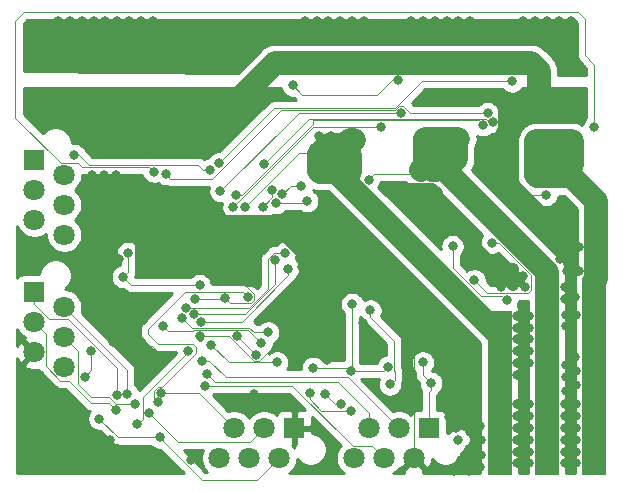
<source format=gbr>
G04 #@! TF.GenerationSoftware,KiCad,Pcbnew,5.1.2-f72e74a~84~ubuntu18.04.1*
G04 #@! TF.CreationDate,2019-06-30T22:47:52+02:00*
G04 #@! TF.ProjectId,board,626f6172-642e-46b6-9963-61645f706362,rev?*
G04 #@! TF.SameCoordinates,Original*
G04 #@! TF.FileFunction,Copper,L2,Bot*
G04 #@! TF.FilePolarity,Positive*
%FSLAX46Y46*%
G04 Gerber Fmt 4.6, Leading zero omitted, Abs format (unit mm)*
G04 Created by KiCad (PCBNEW 5.1.2-f72e74a~84~ubuntu18.04.1) date 2019-06-30 22:47:52*
%MOMM*%
%LPD*%
G04 APERTURE LIST*
%ADD10C,1.800000*%
%ADD11R,1.800000X1.800000*%
%ADD12R,2.000000X3.500000*%
%ADD13R,2.000000X6.000000*%
%ADD14C,0.800000*%
%ADD15C,0.100000*%
%ADD16C,2.000000*%
%ADD17C,1.000000*%
%ADD18C,0.254000*%
G04 APERTURE END LIST*
D10*
X136640000Y-74350000D03*
X134100000Y-73080000D03*
D11*
X134100000Y-68000000D03*
D10*
X136640000Y-69270000D03*
X134100000Y-70540000D03*
X136640000Y-71810000D03*
X149750000Y-82040000D03*
X151020000Y-79500000D03*
D11*
X156100000Y-79500000D03*
D10*
X154830000Y-82040000D03*
X153560000Y-79500000D03*
X152290000Y-82040000D03*
D12*
X181500000Y-71250000D03*
D13*
X181500000Y-80500000D03*
D12*
X177500000Y-71250000D03*
D13*
X177500000Y-80500000D03*
X173500000Y-80500000D03*
D12*
X173500000Y-71250000D03*
D10*
X161150000Y-82040000D03*
X162420000Y-79500000D03*
D11*
X167500000Y-79500000D03*
D10*
X166230000Y-82040000D03*
X164960000Y-79500000D03*
X163690000Y-82040000D03*
X136640000Y-63150000D03*
X134100000Y-61880000D03*
D11*
X134100000Y-56800000D03*
D10*
X136640000Y-58070000D03*
X134100000Y-59340000D03*
X136640000Y-60610000D03*
D14*
X170000000Y-80500000D03*
X138820000Y-59850000D03*
X139820000Y-59850000D03*
X140820000Y-59850000D03*
X139020000Y-58050000D03*
X140020000Y-58050000D03*
X141020000Y-58050000D03*
X139420000Y-58950000D03*
X140420000Y-58950000D03*
X141420000Y-58950000D03*
X143120000Y-45050000D03*
X139120000Y-45050000D03*
X142120000Y-45050000D03*
X140120000Y-45050000D03*
X141120000Y-45050000D03*
X138120000Y-45050000D03*
X144120000Y-45050000D03*
X137120000Y-45050000D03*
X136120000Y-45050000D03*
X157000000Y-45000000D03*
X158000000Y-45000000D03*
X159000000Y-45000000D03*
X160000000Y-45000000D03*
X161000000Y-45000000D03*
X162000000Y-45000000D03*
X166000000Y-45000000D03*
X167000000Y-45000000D03*
X168000000Y-45000000D03*
X169000000Y-45000000D03*
X170000000Y-45000000D03*
X171000000Y-45000000D03*
X175500000Y-45000000D03*
X176500000Y-45000000D03*
X177500000Y-45000000D03*
X178500000Y-45000000D03*
X179500000Y-45000000D03*
X142050000Y-64700000D03*
X167700000Y-75700000D03*
X160930000Y-74640000D03*
X164060000Y-74310000D03*
X161000000Y-69000000D03*
X167000000Y-73950000D03*
X138900000Y-73000000D03*
X138350000Y-75150000D03*
X139600000Y-78700000D03*
X144700000Y-80300000D03*
X157700000Y-74400000D03*
X141600000Y-66700000D03*
X148100000Y-67400000D03*
X144593845Y-77324623D03*
X152200000Y-68400000D03*
X161200000Y-56800000D03*
X158800000Y-55800000D03*
X160800000Y-55800000D03*
X160800000Y-57800000D03*
X157800000Y-57800000D03*
X159200000Y-54800000D03*
X159200000Y-56800000D03*
X157800000Y-55800000D03*
X158200000Y-56800000D03*
X158200000Y-54800000D03*
X159800000Y-55800000D03*
X160200000Y-54800000D03*
X159800000Y-57800000D03*
X160200000Y-56800000D03*
X161200000Y-54800000D03*
X158800000Y-57800000D03*
X151940000Y-60810000D03*
X154550000Y-60460000D03*
X157205000Y-60295000D03*
X170200000Y-57000000D03*
X167800000Y-56000000D03*
X169800000Y-56000000D03*
X169800000Y-58000000D03*
X168200000Y-55000000D03*
X168200000Y-57000000D03*
X166800000Y-56000000D03*
X167200000Y-57000000D03*
X167200000Y-55000000D03*
X168800000Y-56000000D03*
X169200000Y-55000000D03*
X168800000Y-58000000D03*
X169200000Y-57000000D03*
X170200000Y-55000000D03*
X167800000Y-58000000D03*
X155100000Y-59700000D03*
X149860000Y-59450000D03*
X165170000Y-52809992D03*
X177200000Y-58200000D03*
X176200000Y-58200000D03*
X178200000Y-58200000D03*
X179200000Y-58200000D03*
X177600000Y-57200000D03*
X176600000Y-57200000D03*
X178600000Y-57200000D03*
X179600000Y-57200000D03*
X177200000Y-56200000D03*
X176200000Y-56200000D03*
X178200000Y-56200000D03*
X179200000Y-56200000D03*
X179600000Y-55200000D03*
X178600000Y-55200000D03*
X177600000Y-55200000D03*
X176600000Y-55200000D03*
X145210000Y-57990000D03*
X172473054Y-52840896D03*
X153540000Y-57130000D03*
X177460000Y-59750000D03*
X172960000Y-53590000D03*
X153440000Y-60795000D03*
X154260000Y-59330000D03*
X164930000Y-50040000D03*
X150960000Y-60795000D03*
X163480000Y-54050000D03*
X172110000Y-53860000D03*
X151150000Y-59740000D03*
X174550000Y-50150000D03*
X149700000Y-57100000D03*
X148950000Y-57630000D03*
X144250000Y-57800000D03*
X181520000Y-54010000D03*
X179200000Y-66200000D03*
X178600000Y-65200000D03*
X179600000Y-65200000D03*
X180200000Y-64200000D03*
X178600000Y-63200000D03*
X180200000Y-66200000D03*
X173610000Y-67590000D03*
X174670000Y-67400000D03*
X175660000Y-67600000D03*
X175460000Y-66590000D03*
X174610000Y-66000000D03*
X157170000Y-67970000D03*
X156690000Y-66950000D03*
X158020000Y-66910000D03*
X159120000Y-66850000D03*
X159040000Y-65870000D03*
X157830000Y-65910000D03*
X156770000Y-65890000D03*
X165490000Y-67550000D03*
X166530000Y-67460000D03*
X165640000Y-66570000D03*
X144600000Y-73650000D03*
X135120000Y-52150000D03*
X136120000Y-52150000D03*
X137120000Y-52150000D03*
X138120000Y-52150000D03*
X139120000Y-52150000D03*
X140120000Y-52150000D03*
X141120000Y-52150000D03*
X142120000Y-52150000D03*
X143120000Y-52150000D03*
X144120000Y-52150000D03*
X150250000Y-68500000D03*
X161950000Y-70650000D03*
X158900000Y-73700000D03*
X162000000Y-73700000D03*
X160400000Y-63200000D03*
X161400000Y-63200000D03*
X161000000Y-64200000D03*
X162000000Y-64200000D03*
X160400000Y-65200000D03*
X161400000Y-65200000D03*
X161000000Y-66200000D03*
X162000000Y-66200000D03*
X167420000Y-68400000D03*
X166320000Y-68500000D03*
X165170000Y-68520000D03*
X158280000Y-67990000D03*
X159440000Y-67990000D03*
X167330000Y-69700000D03*
X168010000Y-71310000D03*
X158630000Y-69990000D03*
X153970000Y-70030000D03*
X141235000Y-65200000D03*
X143200000Y-65800000D03*
X171200000Y-76700000D03*
X179060000Y-67600000D03*
X179910000Y-68370000D03*
X179030000Y-68540000D03*
X142350000Y-59000000D03*
X175000000Y-73000000D03*
X175000000Y-72000000D03*
X175000000Y-71000000D03*
X175000000Y-70000000D03*
X176000000Y-70000000D03*
X176000000Y-71000000D03*
X176000000Y-72000000D03*
X176000000Y-73000000D03*
X176000000Y-74000000D03*
X175000000Y-74000000D03*
X175000000Y-75000000D03*
X175000000Y-77500000D03*
X176000000Y-77500000D03*
X176000000Y-78500000D03*
X175000000Y-78500000D03*
X175000000Y-79500000D03*
X176000000Y-79500000D03*
X176000000Y-80500000D03*
X175000000Y-80500000D03*
X175000000Y-81500000D03*
X176000000Y-81500000D03*
X176000000Y-82500000D03*
X175000000Y-82500000D03*
X179000000Y-77500000D03*
X180000000Y-77500000D03*
X180000000Y-78500000D03*
X179000000Y-78500000D03*
X179000000Y-79500000D03*
X180000000Y-79500000D03*
X180000000Y-80500000D03*
X179000000Y-80500000D03*
X179000000Y-81500000D03*
X180000000Y-81500000D03*
X180000000Y-82500000D03*
X179000000Y-82500000D03*
X169200000Y-78600000D03*
X170200000Y-78600000D03*
X171200000Y-78600000D03*
X171800000Y-79300000D03*
X171900000Y-80500000D03*
X171900000Y-81800000D03*
X171800000Y-82800000D03*
X170900000Y-83100000D03*
X169600000Y-83100000D03*
X170200000Y-82200000D03*
X170900000Y-81300000D03*
X171000000Y-79800000D03*
X169800000Y-79500000D03*
X148190000Y-65810000D03*
X179100000Y-69900000D03*
X180000000Y-69900000D03*
X179100000Y-70900000D03*
X179900000Y-73500000D03*
X179100000Y-74200000D03*
X179100000Y-75200000D03*
X179100000Y-76400000D03*
X180000000Y-75900000D03*
X180000000Y-74700000D03*
X162560000Y-69550000D03*
X155600000Y-66000000D03*
X154500000Y-65300000D03*
X155300000Y-64700000D03*
X171350000Y-66990000D03*
X172850000Y-63800000D03*
X174080000Y-68700000D03*
X169510000Y-64100000D03*
X160035010Y-77425010D03*
X160880000Y-78060000D03*
X147100000Y-73000000D03*
X142800000Y-79200000D03*
X166800000Y-58000000D03*
X162400000Y-58480000D03*
X156700000Y-59000000D03*
X156000000Y-50500000D03*
X137500000Y-56400000D03*
X152900000Y-73300000D03*
X151300000Y-71700000D03*
X149100000Y-72500000D03*
X154648554Y-73951446D03*
X145000000Y-70900000D03*
X153325696Y-72335760D03*
X146627628Y-70157523D03*
X153900000Y-71400000D03*
X148300000Y-73800000D03*
X148717256Y-74944838D03*
X148553554Y-75904999D03*
X140800000Y-72200000D03*
X147700000Y-68600000D03*
X152700000Y-76600000D03*
X147400000Y-82200000D03*
X140500000Y-80500000D03*
X148100000Y-71700000D03*
X156500000Y-71700000D03*
X164200000Y-75800000D03*
X148200000Y-70500000D03*
X147642258Y-69850000D03*
X146903554Y-69353554D03*
X158745374Y-76645374D03*
X157400000Y-76500000D03*
X141100000Y-76700000D03*
X141959387Y-76597720D03*
X141000000Y-78000000D03*
X142600000Y-77500000D03*
X144800000Y-76500000D03*
X143800000Y-78200000D03*
D15*
X160930000Y-74640000D02*
X163730000Y-74640000D01*
X163730000Y-74640000D02*
X164060000Y-74310000D01*
X161000000Y-74570000D02*
X160930000Y-74640000D01*
X161000000Y-69000000D02*
X161000000Y-74570000D01*
X139600000Y-78700000D02*
X141200000Y-80300000D01*
X141200000Y-80300000D02*
X144700000Y-80300000D01*
X160690000Y-74400000D02*
X160930000Y-74640000D01*
X157700000Y-74400000D02*
X160690000Y-74400000D01*
X142050000Y-66250000D02*
X142050000Y-64700000D01*
X141600000Y-66700000D02*
X142050000Y-66250000D01*
X141600000Y-66700000D02*
X142300000Y-67400000D01*
X142300000Y-67400000D02*
X148100000Y-67400000D01*
X167000000Y-75000000D02*
X167700000Y-75700000D01*
X167000000Y-73950000D02*
X167000000Y-75000000D01*
X167500000Y-76465685D02*
X167500000Y-76800000D01*
X167700000Y-76265685D02*
X167500000Y-76465685D01*
X167700000Y-75700000D02*
X167700000Y-76265685D01*
X167500000Y-76720000D02*
X167500000Y-76800000D01*
X167500000Y-76800000D02*
X167500000Y-79500000D01*
X145099999Y-80699999D02*
X144700000Y-80300000D01*
X148274990Y-83874990D02*
X145099999Y-80699999D01*
X152995010Y-83874990D02*
X148274990Y-83874990D01*
X154830000Y-82040000D02*
X152995010Y-83874990D01*
X138900000Y-74600000D02*
X138350000Y-75150000D01*
X138900000Y-73000000D02*
X138900000Y-74600000D01*
X144950003Y-75999999D02*
X144559999Y-75999999D01*
X147800000Y-72669998D02*
X147800000Y-73150002D01*
X147540001Y-72409999D02*
X147800000Y-72669998D01*
X144611820Y-72409999D02*
X147540001Y-72409999D01*
X144559999Y-75999999D02*
X144193846Y-76366152D01*
X143759950Y-71558129D02*
X144611820Y-72409999D01*
X143759950Y-71078127D02*
X143759950Y-71558129D01*
X146838078Y-67999999D02*
X143759950Y-71078127D01*
X151799999Y-67999999D02*
X146838078Y-67999999D01*
X144193846Y-76924624D02*
X144593845Y-77324623D01*
X144193846Y-76366152D02*
X144193846Y-76924624D01*
X147800000Y-73150002D02*
X144950003Y-75999999D01*
X152200000Y-68400000D02*
X151799999Y-67999999D01*
D16*
X173500000Y-71250000D02*
X173500000Y-80500000D01*
D15*
X151940000Y-60810000D02*
X156550000Y-56200000D01*
X157400001Y-56199999D02*
X157800000Y-55800000D01*
X156550000Y-56200000D02*
X157400001Y-56199999D01*
D16*
X160849990Y-55150010D02*
X161200000Y-55150010D01*
X173500000Y-71250000D02*
X173084315Y-71250000D01*
X173084315Y-71250000D02*
X159500000Y-57665685D01*
X159500000Y-57665685D02*
X159500000Y-56000000D01*
X159500000Y-56000000D02*
X159000000Y-55500000D01*
X159000000Y-55500000D02*
X160500000Y-55500000D01*
X160500000Y-55500000D02*
X160849990Y-55150010D01*
X160800000Y-56400000D02*
X160800000Y-57234315D01*
X160800000Y-57234315D02*
X160800000Y-57800000D01*
X160500000Y-56100000D02*
X160800000Y-56400000D01*
X160500000Y-55500000D02*
X160500000Y-56100000D01*
X160800000Y-57800000D02*
X158300000Y-57800000D01*
X158200000Y-56300000D02*
X159000000Y-55500000D01*
X158200000Y-57700000D02*
X158200000Y-56300000D01*
X158300000Y-57800000D02*
X158200000Y-57700000D01*
D15*
X154550000Y-60460000D02*
X157040000Y-60460000D01*
X157040000Y-60460000D02*
X157205000Y-60295000D01*
D16*
X177500000Y-71250000D02*
X177500000Y-66300000D01*
X177500000Y-71250000D02*
X177500000Y-80500000D01*
X167200000Y-55000000D02*
X170000000Y-55000000D01*
X169800000Y-55200000D02*
X169800000Y-56700000D01*
X170000000Y-55000000D02*
X169800000Y-55200000D01*
X168110010Y-57689990D02*
X167800000Y-57689990D01*
X168800000Y-57000000D02*
X168110010Y-57689990D01*
X169800000Y-56700000D02*
X169500000Y-57000000D01*
X169500000Y-57000000D02*
X168800000Y-57000000D01*
X167200000Y-57289990D02*
X166800000Y-57689990D01*
X167200000Y-55000000D02*
X167200000Y-57289990D01*
D15*
X149860000Y-59450000D02*
X156500008Y-52809992D01*
X156500008Y-52809992D02*
X165170000Y-52809992D01*
D16*
X181650001Y-66896001D02*
X181650001Y-60250001D01*
X181500000Y-71250000D02*
X181500000Y-67046002D01*
X181500000Y-67046002D02*
X181650001Y-66896001D01*
X181650001Y-60250001D02*
X178200000Y-56800000D01*
X181500000Y-71250000D02*
X181500000Y-80500000D01*
D15*
X145210000Y-57990000D02*
X145609999Y-58389999D01*
X145609999Y-58389999D02*
X149142149Y-58389999D01*
X154951074Y-52581074D02*
X164669999Y-52581074D01*
X149142149Y-58389999D02*
X154951074Y-52581074D01*
X165940906Y-52840896D02*
X165345547Y-52245537D01*
X172473054Y-52840896D02*
X165940906Y-52840896D01*
X165345547Y-52245537D02*
X165005537Y-52245537D01*
X164669999Y-52581074D02*
X165005537Y-52245537D01*
D16*
X176600000Y-55200000D02*
X179600000Y-55200000D01*
X179600000Y-55200000D02*
X179600000Y-57200000D01*
X179200000Y-58200000D02*
X176700000Y-58200000D01*
X176600000Y-58100000D02*
X176600000Y-55200000D01*
X176700000Y-58200000D02*
X176600000Y-58100000D01*
D15*
X176338542Y-59750000D02*
X177460000Y-59750000D01*
X172299994Y-53309992D02*
X172960000Y-53590000D01*
X153540000Y-57130000D02*
X157360008Y-53309992D01*
X157360008Y-53309992D02*
X172299994Y-53309992D01*
X153440000Y-60795000D02*
X154260000Y-59975000D01*
X154260000Y-59975000D02*
X154260000Y-59330000D01*
X164364315Y-50040000D02*
X163114315Y-51290000D01*
X164930000Y-50040000D02*
X164364315Y-50040000D01*
X150960000Y-60795000D02*
X157705000Y-54050000D01*
X157705000Y-54050000D02*
X163480000Y-54050000D01*
X171710001Y-53460001D02*
X157669999Y-53460001D01*
X172110000Y-53860000D02*
X171710001Y-53460001D01*
X151670002Y-59740000D02*
X151150000Y-59740000D01*
X157669999Y-53460001D02*
X157669999Y-53740003D01*
X157669999Y-53740003D02*
X151670002Y-59740000D01*
X148384315Y-57630000D02*
X147984315Y-57230000D01*
X148950000Y-57630000D02*
X148384315Y-57630000D01*
X147984315Y-57230000D02*
X141170000Y-57230000D01*
X167330000Y-69700000D02*
X167330000Y-70630000D01*
X167330000Y-70630000D02*
X168010000Y-71310000D01*
X166230000Y-73090000D02*
X166230000Y-82040000D01*
X168010000Y-71310000D02*
X166230000Y-73090000D01*
X158630000Y-69990000D02*
X154010000Y-69990000D01*
X154010000Y-69990000D02*
X153970000Y-70030000D01*
D17*
X174670000Y-66060000D02*
X174610000Y-66000000D01*
X174670000Y-67400000D02*
X174670000Y-66060000D01*
X168210000Y-59600000D02*
X168170000Y-59600000D01*
X168170000Y-59600000D02*
X167810000Y-59240000D01*
X167810000Y-59240000D02*
X164960000Y-59240000D01*
X168170000Y-60900000D02*
X168170000Y-59600000D01*
X174670000Y-67400000D02*
X168170000Y-60900000D01*
X179600000Y-65200000D02*
X179600000Y-63860000D01*
X179600000Y-63860000D02*
X172910000Y-57170000D01*
D16*
X178030000Y-63200000D02*
X174130000Y-59300000D01*
X178600000Y-63200000D02*
X178030000Y-63200000D01*
X174130000Y-59300000D02*
X174130000Y-54650000D01*
X174410001Y-54369999D02*
X174410001Y-54286001D01*
X174130000Y-54650000D02*
X174410001Y-54369999D01*
X174410001Y-54286001D02*
X174410001Y-52739999D01*
X174410001Y-54286001D02*
X174410001Y-53429999D01*
X174410001Y-53429999D02*
X175870000Y-51970000D01*
X175870000Y-51970000D02*
X176790000Y-51050000D01*
X176790000Y-51050000D02*
X176790000Y-49250000D01*
X176129999Y-48589999D02*
X165979999Y-48589999D01*
X176790000Y-49250000D02*
X176129999Y-48589999D01*
X165979999Y-48589999D02*
X154480001Y-48589999D01*
X154480001Y-48589999D02*
X150490000Y-52580000D01*
X143660000Y-65810000D02*
X143660000Y-62350000D01*
X141320000Y-60010000D02*
X141320000Y-59950000D01*
X143660000Y-62350000D02*
X141320000Y-60010000D01*
X141320000Y-59950000D02*
X140760009Y-59390009D01*
X140760009Y-59390009D02*
X139370000Y-59390009D01*
X170810000Y-73180000D02*
X167330000Y-69700000D01*
X170810000Y-76410000D02*
X170810000Y-73180000D01*
X167330000Y-69700000D02*
X165130000Y-67500000D01*
X158020000Y-65273998D02*
X155246002Y-62500000D01*
X158020000Y-66910000D02*
X158020000Y-65273998D01*
X155246002Y-62500000D02*
X148500000Y-62500000D01*
X148500000Y-62500000D02*
X148500000Y-63000000D01*
X148500000Y-63000000D02*
X149500000Y-64000000D01*
D15*
X144600000Y-73084315D02*
X144029999Y-72514314D01*
X144600000Y-73650000D02*
X144600000Y-73084315D01*
X162560000Y-70115685D02*
X164560001Y-72115686D01*
X162560000Y-69550000D02*
X162560000Y-70115685D01*
X154500000Y-65300000D02*
X154500000Y-67300000D01*
X154500000Y-67300000D02*
X153100000Y-68700000D01*
X176160001Y-67840001D02*
X176160001Y-66549999D01*
X175900001Y-68100001D02*
X176160001Y-67840001D01*
X171350000Y-66990000D02*
X172460001Y-68100001D01*
X176160001Y-66549999D02*
X173430002Y-63820000D01*
X172460001Y-68100001D02*
X175900001Y-68100001D01*
X173430002Y-63820000D02*
X172870000Y-63820000D01*
X172870000Y-63820000D02*
X172850000Y-63800000D01*
X173680001Y-68300001D02*
X171880001Y-68300001D01*
X174080000Y-68700000D02*
X173680001Y-68300001D01*
X171880001Y-68300001D02*
X169510000Y-65930000D01*
X169510000Y-65930000D02*
X169510000Y-64100000D01*
X160035010Y-77494990D02*
X160035010Y-77425010D01*
X143299999Y-78700001D02*
X142800000Y-79200000D01*
X147300000Y-72910000D02*
X143299999Y-76910001D01*
X143299999Y-76910001D02*
X143299999Y-78700001D01*
D16*
X177500000Y-66300000D02*
X168200000Y-57000000D01*
D15*
X155800000Y-59000000D02*
X155100000Y-59700000D01*
X156700000Y-59000000D02*
X155800000Y-59000000D01*
X162400000Y-58480000D02*
X162880000Y-58000000D01*
X162880000Y-58000000D02*
X166800000Y-58000000D01*
X156810000Y-51290000D02*
X156790000Y-51290000D01*
X156810000Y-51290000D02*
X163114315Y-51290000D01*
X156790000Y-51290000D02*
X156000000Y-50500000D01*
X166888928Y-50150000D02*
X174550000Y-50150000D01*
X154368936Y-52431064D02*
X164607864Y-52431064D01*
X164607864Y-52431064D02*
X166888928Y-50150000D01*
X149700000Y-57100000D02*
X154368936Y-52431064D01*
X141170000Y-57230000D02*
X138730000Y-57230000D01*
X138730000Y-57230000D02*
X137900000Y-56400000D01*
X137900000Y-56400000D02*
X137500000Y-56400000D01*
X137769999Y-57069999D02*
X138100001Y-57400001D01*
X138100001Y-57400001D02*
X143850001Y-57400001D01*
X136350001Y-57069999D02*
X137769999Y-57069999D01*
X133200000Y-44300000D02*
X132499999Y-45000001D01*
X143850001Y-57400001D02*
X144250000Y-57800000D01*
X132499999Y-45000001D02*
X132499999Y-53219997D01*
X181070001Y-48270001D02*
X180700000Y-47900000D01*
X132499999Y-53219997D02*
X136350001Y-57069999D01*
X181520000Y-48780000D02*
X181070001Y-48330001D01*
X180100000Y-44300000D02*
X133200000Y-44300000D01*
X180700000Y-44900000D02*
X180100000Y-44300000D01*
X181070001Y-48330001D02*
X181070001Y-48270001D01*
X181520000Y-54010000D02*
X181520000Y-48780000D01*
X180700000Y-47900000D02*
X180700000Y-44900000D01*
X151300000Y-71700000D02*
X152900000Y-73300000D01*
X149100000Y-72500000D02*
X150551446Y-73951446D01*
X150551446Y-73951446D02*
X154648554Y-73951446D01*
X152189935Y-71199999D02*
X147600001Y-71199999D01*
X153325696Y-72335760D02*
X152189935Y-71199999D01*
X145399999Y-71299999D02*
X145000000Y-70900000D01*
X147500001Y-71299999D02*
X145399999Y-71299999D01*
X147600001Y-71199999D02*
X147500001Y-71299999D01*
X147470106Y-71000001D02*
X152300001Y-71000001D01*
X146627628Y-70157523D02*
X147470106Y-71000001D01*
X152300001Y-71000001D02*
X152700000Y-71400000D01*
X152700000Y-71400000D02*
X153900000Y-71400000D01*
X150300000Y-75200000D02*
X148900000Y-73800000D01*
X148900000Y-73800000D02*
X148300000Y-73800000D01*
X164960000Y-79500000D02*
X160660000Y-75200000D01*
X160660000Y-75200000D02*
X150300000Y-75200000D01*
X162420000Y-78227208D02*
X162420000Y-79500000D01*
X159792792Y-75600000D02*
X162420000Y-78227208D01*
X149117255Y-75347255D02*
X149370000Y-75600000D01*
X148717256Y-74944838D02*
X149117255Y-75344837D01*
X149117255Y-75344837D02*
X149117255Y-75347255D01*
X149370000Y-75600000D02*
X159792792Y-75600000D01*
X162790001Y-81140001D02*
X163690000Y-82040000D01*
X162689999Y-81039999D02*
X162790001Y-81140001D01*
X161039999Y-81039999D02*
X162689999Y-81039999D01*
X155904999Y-75904999D02*
X161039999Y-81039999D01*
X148553554Y-75904999D02*
X155904999Y-75904999D01*
X144029999Y-72514314D02*
X141114314Y-72514314D01*
X141114314Y-72514314D02*
X140800000Y-72200000D01*
X155240002Y-71700000D02*
X156500000Y-71700000D01*
X153140001Y-73800001D02*
X155240002Y-71700000D01*
X152659999Y-73800001D02*
X153140001Y-73800001D01*
X148100000Y-71700000D02*
X150559998Y-71700000D01*
X150559998Y-71700000D02*
X152659999Y-73800001D01*
X150350002Y-65810000D02*
X148755685Y-65810000D01*
X148755685Y-65810000D02*
X148190000Y-65810000D01*
X152700001Y-68159999D02*
X150350002Y-65810000D01*
X152700001Y-68640001D02*
X152700001Y-68159999D01*
X152440001Y-68900001D02*
X152700001Y-68640001D01*
X150650001Y-68900001D02*
X152440001Y-68900001D01*
X150250000Y-68500000D02*
X150650001Y-68900001D01*
X150150000Y-68600000D02*
X150250000Y-68500000D01*
X147700000Y-68600000D02*
X150150000Y-68600000D01*
X164560001Y-72115686D02*
X164560001Y-74460001D01*
X164599999Y-74679997D02*
X164560001Y-74639999D01*
X164599999Y-75400001D02*
X164599999Y-74679997D01*
X164200000Y-75800000D02*
X164599999Y-75400001D01*
X164560001Y-74705684D02*
X164560001Y-74639999D01*
X164560001Y-74639999D02*
X164560001Y-74460001D01*
X151665685Y-70500000D02*
X148200000Y-70500000D01*
X155600000Y-66000000D02*
X155600000Y-66565685D01*
X155600000Y-66565685D02*
X151665685Y-70500000D01*
X153100000Y-68700000D02*
X152250000Y-69550000D01*
X152250000Y-69550000D02*
X151950000Y-69850000D01*
X151950000Y-69850000D02*
X147642258Y-69850000D01*
X153900000Y-65159998D02*
X154359998Y-64700000D01*
X153900000Y-67687854D02*
X153900000Y-65159998D01*
X154359998Y-64700000D02*
X155300000Y-64700000D01*
X146903554Y-69353554D02*
X146900000Y-69350000D01*
X152237854Y-69350000D02*
X153900000Y-67687854D01*
X146900000Y-69350000D02*
X152237854Y-69350000D01*
X159525010Y-77425010D02*
X160035010Y-77425010D01*
X158745374Y-76645374D02*
X159525010Y-77425010D01*
X160314315Y-78060000D02*
X160880000Y-78060000D01*
X158394315Y-78060000D02*
X160314315Y-78060000D01*
X157400000Y-77065685D02*
X158394315Y-78060000D01*
X157400000Y-76500000D02*
X157400000Y-77065685D01*
X135370001Y-70270001D02*
X134100000Y-69000000D01*
X134100000Y-69000000D02*
X134100000Y-68000000D01*
X136970003Y-70270001D02*
X135370001Y-70270001D01*
X141100000Y-74399998D02*
X136970003Y-70270001D01*
X141100000Y-76700000D02*
X141100000Y-74399998D01*
X141959387Y-74589387D02*
X136640000Y-69270000D01*
X141959387Y-76597720D02*
X141959387Y-74589387D01*
X135100001Y-71540001D02*
X134100000Y-70540000D01*
X141000000Y-78000000D02*
X140400000Y-77400000D01*
X140400000Y-77400000D02*
X138900000Y-77400000D01*
X138900000Y-77400000D02*
X136995001Y-75495001D01*
X135100001Y-74290003D02*
X135100001Y-71540001D01*
X136995001Y-75495001D02*
X136304999Y-75495001D01*
X136304999Y-75495001D02*
X135100001Y-74290003D01*
X137800000Y-72970000D02*
X136640000Y-71810000D01*
X137800000Y-75800000D02*
X137800000Y-72970000D01*
X138900000Y-76900000D02*
X137800000Y-75800000D01*
X140400000Y-76900000D02*
X138900000Y-76900000D01*
X142600000Y-77500000D02*
X141000000Y-77500000D01*
X141000000Y-77500000D02*
X140400000Y-76900000D01*
X148020000Y-76500000D02*
X151020000Y-79500000D01*
X144800000Y-76500000D02*
X148020000Y-76500000D01*
X152360000Y-80700000D02*
X153560000Y-79500000D01*
X143800000Y-78200000D02*
X146300000Y-80700000D01*
X146300000Y-80700000D02*
X152360000Y-80700000D01*
D18*
G36*
X180015001Y-45183738D02*
G01*
X180015000Y-47866360D01*
X180011687Y-47900000D01*
X180015000Y-47933639D01*
X180015000Y-47933646D01*
X180024912Y-48034282D01*
X180064081Y-48163405D01*
X180127688Y-48282406D01*
X180136620Y-48293289D01*
X180191840Y-48360576D01*
X180191846Y-48360582D01*
X180213289Y-48386710D01*
X180239419Y-48408155D01*
X180444889Y-48613624D01*
X180497689Y-48712407D01*
X180525548Y-48746353D01*
X180561841Y-48790577D01*
X180561847Y-48790583D01*
X180583290Y-48816711D01*
X180609420Y-48838155D01*
X180835001Y-49063736D01*
X180835001Y-49650012D01*
X178425000Y-49631330D01*
X178425000Y-49330319D01*
X178432911Y-49249999D01*
X178420382Y-49122795D01*
X178401343Y-48929484D01*
X178307852Y-48621285D01*
X178156031Y-48337248D01*
X177951714Y-48088286D01*
X177889313Y-48037075D01*
X177342924Y-47490686D01*
X177291713Y-47428285D01*
X177042751Y-47223968D01*
X176758714Y-47072147D01*
X176450515Y-46978656D01*
X176210321Y-46954999D01*
X176210318Y-46954999D01*
X176129999Y-46947088D01*
X176049680Y-46954999D01*
X154560331Y-46954999D01*
X154480001Y-46947087D01*
X154159484Y-46978656D01*
X153851286Y-47072147D01*
X153567249Y-47223968D01*
X153318287Y-47428285D01*
X153267085Y-47490675D01*
X151336420Y-49421341D01*
X133184999Y-49280632D01*
X133184999Y-45283737D01*
X133483737Y-44985000D01*
X179816264Y-44985000D01*
X180015001Y-45183738D01*
X180015001Y-45183738D01*
G37*
X180015001Y-45183738D02*
X180015000Y-47866360D01*
X180011687Y-47900000D01*
X180015000Y-47933639D01*
X180015000Y-47933646D01*
X180024912Y-48034282D01*
X180064081Y-48163405D01*
X180127688Y-48282406D01*
X180136620Y-48293289D01*
X180191840Y-48360576D01*
X180191846Y-48360582D01*
X180213289Y-48386710D01*
X180239419Y-48408155D01*
X180444889Y-48613624D01*
X180497689Y-48712407D01*
X180525548Y-48746353D01*
X180561841Y-48790577D01*
X180561847Y-48790583D01*
X180583290Y-48816711D01*
X180609420Y-48838155D01*
X180835001Y-49063736D01*
X180835001Y-49650012D01*
X178425000Y-49631330D01*
X178425000Y-49330319D01*
X178432911Y-49249999D01*
X178420382Y-49122795D01*
X178401343Y-48929484D01*
X178307852Y-48621285D01*
X178156031Y-48337248D01*
X177951714Y-48088286D01*
X177889313Y-48037075D01*
X177342924Y-47490686D01*
X177291713Y-47428285D01*
X177042751Y-47223968D01*
X176758714Y-47072147D01*
X176450515Y-46978656D01*
X176210321Y-46954999D01*
X176210318Y-46954999D01*
X176129999Y-46947088D01*
X176049680Y-46954999D01*
X154560331Y-46954999D01*
X154480001Y-46947087D01*
X154159484Y-46978656D01*
X153851286Y-47072147D01*
X153567249Y-47223968D01*
X153318287Y-47428285D01*
X153267085Y-47490675D01*
X151336420Y-49421341D01*
X133184999Y-49280632D01*
X133184999Y-45283737D01*
X133483737Y-44985000D01*
X179816264Y-44985000D01*
X180015001Y-45183738D01*
G36*
X175865000Y-69468805D02*
G01*
X175861928Y-69500000D01*
X175861928Y-73000000D01*
X175865000Y-73031194D01*
X175865001Y-77468802D01*
X175861928Y-77500000D01*
X175861928Y-83340000D01*
X175138072Y-83340000D01*
X175138072Y-77500000D01*
X175135000Y-77468808D01*
X175135000Y-73031192D01*
X175138072Y-73000000D01*
X175138072Y-71299131D01*
X175142911Y-71250000D01*
X175138072Y-71200869D01*
X175138072Y-69500000D01*
X175125812Y-69375518D01*
X175089502Y-69255820D01*
X175030537Y-69145506D01*
X175020704Y-69133525D01*
X175075226Y-69001898D01*
X175115000Y-68801939D01*
X175115000Y-68785001D01*
X175865000Y-68785001D01*
X175865000Y-69468805D01*
X175865000Y-69468805D01*
G37*
X175865000Y-69468805D02*
X175861928Y-69500000D01*
X175861928Y-73000000D01*
X175865000Y-73031194D01*
X175865001Y-77468802D01*
X175861928Y-77500000D01*
X175861928Y-83340000D01*
X175138072Y-83340000D01*
X175138072Y-77500000D01*
X175135000Y-77468808D01*
X175135000Y-73031192D01*
X175138072Y-73000000D01*
X175138072Y-71299131D01*
X175142911Y-71250000D01*
X175138072Y-71200869D01*
X175138072Y-69500000D01*
X175125812Y-69375518D01*
X175089502Y-69255820D01*
X175030537Y-69145506D01*
X175020704Y-69133525D01*
X175075226Y-69001898D01*
X175115000Y-68801939D01*
X175115000Y-68785001D01*
X175865000Y-68785001D01*
X175865000Y-69468805D01*
G36*
X180835000Y-53231289D02*
G01*
X180716063Y-53350226D01*
X180602795Y-53519744D01*
X180524774Y-53708102D01*
X180500988Y-53827681D01*
X180228715Y-53682148D01*
X179920516Y-53588657D01*
X179680322Y-53565000D01*
X179600000Y-53557089D01*
X179519678Y-53565000D01*
X176680322Y-53565000D01*
X176600000Y-53557089D01*
X176519678Y-53565000D01*
X176279484Y-53588657D01*
X175971285Y-53682148D01*
X175687248Y-53833969D01*
X175438286Y-54038286D01*
X175233969Y-54287248D01*
X175082148Y-54571285D01*
X174988657Y-54879484D01*
X174957089Y-55200000D01*
X174965001Y-55280332D01*
X174965000Y-58019680D01*
X174957089Y-58100000D01*
X174965000Y-58180319D01*
X174965000Y-58180321D01*
X174988657Y-58420515D01*
X175082148Y-58728714D01*
X175233969Y-59012751D01*
X175438286Y-59261714D01*
X175493211Y-59306789D01*
X175538286Y-59361714D01*
X175700197Y-59494591D01*
X175663454Y-59615717D01*
X175650228Y-59750000D01*
X175663454Y-59884283D01*
X175702623Y-60013406D01*
X175766230Y-60132407D01*
X175851831Y-60236711D01*
X175956135Y-60322312D01*
X176075136Y-60385919D01*
X176204259Y-60425088D01*
X176304895Y-60435000D01*
X176681289Y-60435000D01*
X176800226Y-60553937D01*
X176969744Y-60667205D01*
X177158102Y-60745226D01*
X177358061Y-60785000D01*
X177561939Y-60785000D01*
X177761898Y-60745226D01*
X177950256Y-60667205D01*
X178119774Y-60553937D01*
X178263937Y-60409774D01*
X178377205Y-60240256D01*
X178455226Y-60051898D01*
X178495000Y-59851939D01*
X178495000Y-59835000D01*
X178922761Y-59835000D01*
X180015002Y-60927241D01*
X180015001Y-66355824D01*
X179982148Y-66417288D01*
X179888658Y-66725486D01*
X179857089Y-67046002D01*
X179865001Y-67126331D01*
X179865000Y-69468804D01*
X179861928Y-69500000D01*
X179861928Y-73000000D01*
X179865000Y-73031194D01*
X179865001Y-77468802D01*
X179861928Y-77500000D01*
X179861928Y-83340000D01*
X179138072Y-83340000D01*
X179138072Y-77500000D01*
X179135000Y-77468808D01*
X179135000Y-73031192D01*
X179138072Y-73000000D01*
X179138072Y-69500000D01*
X179135000Y-69468808D01*
X179135000Y-66380319D01*
X179142911Y-66299999D01*
X179134371Y-66213289D01*
X179111343Y-65979484D01*
X179017852Y-65671285D01*
X178866031Y-65387248D01*
X178661714Y-65138286D01*
X178599319Y-65087080D01*
X171147532Y-57635294D01*
X171166031Y-57612752D01*
X171317852Y-57328715D01*
X171411343Y-57020516D01*
X171435000Y-56780322D01*
X171435000Y-56780320D01*
X171442911Y-56700001D01*
X171435000Y-56619681D01*
X171435000Y-55783720D01*
X171517852Y-55628715D01*
X171611343Y-55320516D01*
X171642911Y-55000000D01*
X171621020Y-54777733D01*
X171808102Y-54855226D01*
X172008061Y-54895000D01*
X172211939Y-54895000D01*
X172411898Y-54855226D01*
X172600256Y-54777205D01*
X172769774Y-54663937D01*
X172816899Y-54616812D01*
X172858061Y-54625000D01*
X173061939Y-54625000D01*
X173261898Y-54585226D01*
X173450256Y-54507205D01*
X173619774Y-54393937D01*
X173763937Y-54249774D01*
X173877205Y-54080256D01*
X173955226Y-53891898D01*
X173995000Y-53691939D01*
X173995000Y-53488061D01*
X173955226Y-53288102D01*
X173877205Y-53099744D01*
X173763937Y-52930226D01*
X173619774Y-52786063D01*
X173501736Y-52707193D01*
X173468280Y-52538998D01*
X173390259Y-52350640D01*
X173276991Y-52181122D01*
X173132828Y-52036959D01*
X172963310Y-51923691D01*
X172774952Y-51845670D01*
X172574993Y-51805896D01*
X172371115Y-51805896D01*
X172171156Y-51845670D01*
X171982798Y-51923691D01*
X171813280Y-52036959D01*
X171694343Y-52155896D01*
X166224642Y-52155896D01*
X166038205Y-51969459D01*
X167172664Y-50835000D01*
X173771289Y-50835000D01*
X173890226Y-50953937D01*
X174059744Y-51067205D01*
X174248102Y-51145226D01*
X174448061Y-51185000D01*
X174651939Y-51185000D01*
X174851898Y-51145226D01*
X175040256Y-51067205D01*
X175209774Y-50953937D01*
X175353937Y-50809774D01*
X175409245Y-50727000D01*
X180835001Y-50727000D01*
X180835000Y-53231289D01*
X180835000Y-53231289D01*
G37*
X180835000Y-53231289D02*
X180716063Y-53350226D01*
X180602795Y-53519744D01*
X180524774Y-53708102D01*
X180500988Y-53827681D01*
X180228715Y-53682148D01*
X179920516Y-53588657D01*
X179680322Y-53565000D01*
X179600000Y-53557089D01*
X179519678Y-53565000D01*
X176680322Y-53565000D01*
X176600000Y-53557089D01*
X176519678Y-53565000D01*
X176279484Y-53588657D01*
X175971285Y-53682148D01*
X175687248Y-53833969D01*
X175438286Y-54038286D01*
X175233969Y-54287248D01*
X175082148Y-54571285D01*
X174988657Y-54879484D01*
X174957089Y-55200000D01*
X174965001Y-55280332D01*
X174965000Y-58019680D01*
X174957089Y-58100000D01*
X174965000Y-58180319D01*
X174965000Y-58180321D01*
X174988657Y-58420515D01*
X175082148Y-58728714D01*
X175233969Y-59012751D01*
X175438286Y-59261714D01*
X175493211Y-59306789D01*
X175538286Y-59361714D01*
X175700197Y-59494591D01*
X175663454Y-59615717D01*
X175650228Y-59750000D01*
X175663454Y-59884283D01*
X175702623Y-60013406D01*
X175766230Y-60132407D01*
X175851831Y-60236711D01*
X175956135Y-60322312D01*
X176075136Y-60385919D01*
X176204259Y-60425088D01*
X176304895Y-60435000D01*
X176681289Y-60435000D01*
X176800226Y-60553937D01*
X176969744Y-60667205D01*
X177158102Y-60745226D01*
X177358061Y-60785000D01*
X177561939Y-60785000D01*
X177761898Y-60745226D01*
X177950256Y-60667205D01*
X178119774Y-60553937D01*
X178263937Y-60409774D01*
X178377205Y-60240256D01*
X178455226Y-60051898D01*
X178495000Y-59851939D01*
X178495000Y-59835000D01*
X178922761Y-59835000D01*
X180015002Y-60927241D01*
X180015001Y-66355824D01*
X179982148Y-66417288D01*
X179888658Y-66725486D01*
X179857089Y-67046002D01*
X179865001Y-67126331D01*
X179865000Y-69468804D01*
X179861928Y-69500000D01*
X179861928Y-73000000D01*
X179865000Y-73031194D01*
X179865001Y-77468802D01*
X179861928Y-77500000D01*
X179861928Y-83340000D01*
X179138072Y-83340000D01*
X179138072Y-77500000D01*
X179135000Y-77468808D01*
X179135000Y-73031192D01*
X179138072Y-73000000D01*
X179138072Y-69500000D01*
X179135000Y-69468808D01*
X179135000Y-66380319D01*
X179142911Y-66299999D01*
X179134371Y-66213289D01*
X179111343Y-65979484D01*
X179017852Y-65671285D01*
X178866031Y-65387248D01*
X178661714Y-65138286D01*
X178599319Y-65087080D01*
X171147532Y-57635294D01*
X171166031Y-57612752D01*
X171317852Y-57328715D01*
X171411343Y-57020516D01*
X171435000Y-56780322D01*
X171435000Y-56780320D01*
X171442911Y-56700001D01*
X171435000Y-56619681D01*
X171435000Y-55783720D01*
X171517852Y-55628715D01*
X171611343Y-55320516D01*
X171642911Y-55000000D01*
X171621020Y-54777733D01*
X171808102Y-54855226D01*
X172008061Y-54895000D01*
X172211939Y-54895000D01*
X172411898Y-54855226D01*
X172600256Y-54777205D01*
X172769774Y-54663937D01*
X172816899Y-54616812D01*
X172858061Y-54625000D01*
X173061939Y-54625000D01*
X173261898Y-54585226D01*
X173450256Y-54507205D01*
X173619774Y-54393937D01*
X173763937Y-54249774D01*
X173877205Y-54080256D01*
X173955226Y-53891898D01*
X173995000Y-53691939D01*
X173995000Y-53488061D01*
X173955226Y-53288102D01*
X173877205Y-53099744D01*
X173763937Y-52930226D01*
X173619774Y-52786063D01*
X173501736Y-52707193D01*
X173468280Y-52538998D01*
X173390259Y-52350640D01*
X173276991Y-52181122D01*
X173132828Y-52036959D01*
X172963310Y-51923691D01*
X172774952Y-51845670D01*
X172574993Y-51805896D01*
X172371115Y-51805896D01*
X172171156Y-51845670D01*
X171982798Y-51923691D01*
X171813280Y-52036959D01*
X171694343Y-52155896D01*
X166224642Y-52155896D01*
X166038205Y-51969459D01*
X167172664Y-50835000D01*
X173771289Y-50835000D01*
X173890226Y-50953937D01*
X174059744Y-51067205D01*
X174248102Y-51145226D01*
X174448061Y-51185000D01*
X174651939Y-51185000D01*
X174851898Y-51145226D01*
X175040256Y-51067205D01*
X175209774Y-50953937D01*
X175353937Y-50809774D01*
X175409245Y-50727000D01*
X180835001Y-50727000D01*
X180835000Y-53231289D01*
G36*
X132739701Y-71267095D02*
G01*
X132907688Y-71518505D01*
X133121495Y-71732312D01*
X133275105Y-71834951D01*
X133215525Y-72015920D01*
X134100000Y-72900395D01*
X134114143Y-72886253D01*
X134293748Y-73065858D01*
X134279605Y-73080000D01*
X134293748Y-73094143D01*
X134114143Y-73273748D01*
X134100000Y-73259605D01*
X133215525Y-74144080D01*
X133299208Y-74398261D01*
X133571775Y-74529158D01*
X133864642Y-74604365D01*
X134166553Y-74620991D01*
X134465907Y-74578397D01*
X134475617Y-74574988D01*
X134527689Y-74672409D01*
X134551890Y-74701898D01*
X134591841Y-74750579D01*
X134591847Y-74750585D01*
X134613290Y-74776713D01*
X134639419Y-74798157D01*
X135796839Y-75955577D01*
X135818288Y-75981712D01*
X135844421Y-76003159D01*
X135844423Y-76003161D01*
X135922592Y-76067313D01*
X136041592Y-76130920D01*
X136121363Y-76155118D01*
X136170716Y-76170089D01*
X136271352Y-76180001D01*
X136271360Y-76180001D01*
X136304999Y-76183314D01*
X136338638Y-76180001D01*
X136711265Y-76180001D01*
X138391840Y-77860576D01*
X138413289Y-77886711D01*
X138517593Y-77972312D01*
X138636594Y-78035919D01*
X138765717Y-78075088D01*
X138772334Y-78075740D01*
X138682795Y-78209744D01*
X138604774Y-78398102D01*
X138565000Y-78598061D01*
X138565000Y-78801939D01*
X138604774Y-79001898D01*
X138682795Y-79190256D01*
X138796063Y-79359774D01*
X138940226Y-79503937D01*
X139109744Y-79617205D01*
X139298102Y-79695226D01*
X139498061Y-79735000D01*
X139666264Y-79735000D01*
X140691840Y-80760576D01*
X140713289Y-80786711D01*
X140817593Y-80872312D01*
X140880088Y-80905716D01*
X140936593Y-80935919D01*
X141065717Y-80975088D01*
X141166353Y-80985000D01*
X141166361Y-80985000D01*
X141200000Y-80988313D01*
X141233639Y-80985000D01*
X143921289Y-80985000D01*
X144040226Y-81103937D01*
X144209744Y-81217205D01*
X144398102Y-81295226D01*
X144598061Y-81335000D01*
X144766264Y-81335000D01*
X146771264Y-83340000D01*
X132660000Y-83340000D01*
X132660000Y-73612218D01*
X132701778Y-73731199D01*
X132781739Y-73880792D01*
X133035920Y-73964475D01*
X133920395Y-73080000D01*
X133035920Y-72195525D01*
X132781739Y-72279208D01*
X132660000Y-72532705D01*
X132660000Y-71074681D01*
X132739701Y-71267095D01*
X132739701Y-71267095D01*
G37*
X132739701Y-71267095D02*
X132907688Y-71518505D01*
X133121495Y-71732312D01*
X133275105Y-71834951D01*
X133215525Y-72015920D01*
X134100000Y-72900395D01*
X134114143Y-72886253D01*
X134293748Y-73065858D01*
X134279605Y-73080000D01*
X134293748Y-73094143D01*
X134114143Y-73273748D01*
X134100000Y-73259605D01*
X133215525Y-74144080D01*
X133299208Y-74398261D01*
X133571775Y-74529158D01*
X133864642Y-74604365D01*
X134166553Y-74620991D01*
X134465907Y-74578397D01*
X134475617Y-74574988D01*
X134527689Y-74672409D01*
X134551890Y-74701898D01*
X134591841Y-74750579D01*
X134591847Y-74750585D01*
X134613290Y-74776713D01*
X134639419Y-74798157D01*
X135796839Y-75955577D01*
X135818288Y-75981712D01*
X135844421Y-76003159D01*
X135844423Y-76003161D01*
X135922592Y-76067313D01*
X136041592Y-76130920D01*
X136121363Y-76155118D01*
X136170716Y-76170089D01*
X136271352Y-76180001D01*
X136271360Y-76180001D01*
X136304999Y-76183314D01*
X136338638Y-76180001D01*
X136711265Y-76180001D01*
X138391840Y-77860576D01*
X138413289Y-77886711D01*
X138517593Y-77972312D01*
X138636594Y-78035919D01*
X138765717Y-78075088D01*
X138772334Y-78075740D01*
X138682795Y-78209744D01*
X138604774Y-78398102D01*
X138565000Y-78598061D01*
X138565000Y-78801939D01*
X138604774Y-79001898D01*
X138682795Y-79190256D01*
X138796063Y-79359774D01*
X138940226Y-79503937D01*
X139109744Y-79617205D01*
X139298102Y-79695226D01*
X139498061Y-79735000D01*
X139666264Y-79735000D01*
X140691840Y-80760576D01*
X140713289Y-80786711D01*
X140817593Y-80872312D01*
X140880088Y-80905716D01*
X140936593Y-80935919D01*
X141065717Y-80975088D01*
X141166353Y-80985000D01*
X141166361Y-80985000D01*
X141200000Y-80988313D01*
X141233639Y-80985000D01*
X143921289Y-80985000D01*
X144040226Y-81103937D01*
X144209744Y-81217205D01*
X144398102Y-81295226D01*
X144598061Y-81335000D01*
X144766264Y-81335000D01*
X146771264Y-83340000D01*
X132660000Y-83340000D01*
X132660000Y-73612218D01*
X132701778Y-73731199D01*
X132781739Y-73880792D01*
X133035920Y-73964475D01*
X133920395Y-73080000D01*
X133035920Y-72195525D01*
X132781739Y-72279208D01*
X132660000Y-72532705D01*
X132660000Y-71074681D01*
X132739701Y-71267095D01*
G36*
X156993226Y-77961962D02*
G01*
X156385750Y-77965000D01*
X156227000Y-78123750D01*
X156227000Y-79373000D01*
X157476250Y-79373000D01*
X157635000Y-79214250D01*
X157638038Y-78606774D01*
X160025224Y-80993960D01*
X159957688Y-81061495D01*
X159789701Y-81312905D01*
X159673989Y-81592257D01*
X159615000Y-81888816D01*
X159615000Y-82191184D01*
X159673989Y-82487743D01*
X159789701Y-82767095D01*
X159957688Y-83018505D01*
X160171495Y-83232312D01*
X160332661Y-83340000D01*
X155647339Y-83340000D01*
X155808505Y-83232312D01*
X156022312Y-83018505D01*
X156190299Y-82767095D01*
X156306011Y-82487743D01*
X156365000Y-82191184D01*
X156365000Y-82094377D01*
X156424161Y-82182918D01*
X156617082Y-82375839D01*
X156843933Y-82527416D01*
X157095996Y-82631824D01*
X157363584Y-82685050D01*
X157636416Y-82685050D01*
X157904004Y-82631824D01*
X158156067Y-82527416D01*
X158382918Y-82375839D01*
X158575839Y-82182918D01*
X158727416Y-81956067D01*
X158831824Y-81704004D01*
X158885050Y-81436416D01*
X158885050Y-81163584D01*
X158831824Y-80895996D01*
X158727416Y-80643933D01*
X158575839Y-80417082D01*
X158382918Y-80224161D01*
X158156067Y-80072584D01*
X157904004Y-79968176D01*
X157636416Y-79914950D01*
X157635646Y-79914950D01*
X157635000Y-79785750D01*
X157476250Y-79627000D01*
X156227000Y-79627000D01*
X156227000Y-80753982D01*
X156168176Y-80895996D01*
X156114950Y-81163584D01*
X156114950Y-81200137D01*
X156022312Y-81061495D01*
X155905034Y-80944217D01*
X155973000Y-80876250D01*
X155973000Y-79627000D01*
X155953000Y-79627000D01*
X155953000Y-79373000D01*
X155973000Y-79373000D01*
X155973000Y-78123750D01*
X155814250Y-77965000D01*
X155200000Y-77961928D01*
X155075518Y-77974188D01*
X154955820Y-78010498D01*
X154845506Y-78069463D01*
X154748815Y-78148815D01*
X154669463Y-78245506D01*
X154610498Y-78355820D01*
X154604944Y-78374127D01*
X154538505Y-78307688D01*
X154287095Y-78139701D01*
X154007743Y-78023989D01*
X153711184Y-77965000D01*
X153408816Y-77965000D01*
X153112257Y-78023989D01*
X152832905Y-78139701D01*
X152581495Y-78307688D01*
X152367688Y-78521495D01*
X152290000Y-78637763D01*
X152212312Y-78521495D01*
X151998505Y-78307688D01*
X151747095Y-78139701D01*
X151467743Y-78023989D01*
X151171184Y-77965000D01*
X150868816Y-77965000D01*
X150572257Y-78023989D01*
X150530162Y-78041426D01*
X149203943Y-76715207D01*
X149213328Y-76708936D01*
X149332265Y-76589999D01*
X155621263Y-76589999D01*
X156993226Y-77961962D01*
X156993226Y-77961962D01*
G37*
X156993226Y-77961962D02*
X156385750Y-77965000D01*
X156227000Y-78123750D01*
X156227000Y-79373000D01*
X157476250Y-79373000D01*
X157635000Y-79214250D01*
X157638038Y-78606774D01*
X160025224Y-80993960D01*
X159957688Y-81061495D01*
X159789701Y-81312905D01*
X159673989Y-81592257D01*
X159615000Y-81888816D01*
X159615000Y-82191184D01*
X159673989Y-82487743D01*
X159789701Y-82767095D01*
X159957688Y-83018505D01*
X160171495Y-83232312D01*
X160332661Y-83340000D01*
X155647339Y-83340000D01*
X155808505Y-83232312D01*
X156022312Y-83018505D01*
X156190299Y-82767095D01*
X156306011Y-82487743D01*
X156365000Y-82191184D01*
X156365000Y-82094377D01*
X156424161Y-82182918D01*
X156617082Y-82375839D01*
X156843933Y-82527416D01*
X157095996Y-82631824D01*
X157363584Y-82685050D01*
X157636416Y-82685050D01*
X157904004Y-82631824D01*
X158156067Y-82527416D01*
X158382918Y-82375839D01*
X158575839Y-82182918D01*
X158727416Y-81956067D01*
X158831824Y-81704004D01*
X158885050Y-81436416D01*
X158885050Y-81163584D01*
X158831824Y-80895996D01*
X158727416Y-80643933D01*
X158575839Y-80417082D01*
X158382918Y-80224161D01*
X158156067Y-80072584D01*
X157904004Y-79968176D01*
X157636416Y-79914950D01*
X157635646Y-79914950D01*
X157635000Y-79785750D01*
X157476250Y-79627000D01*
X156227000Y-79627000D01*
X156227000Y-80753982D01*
X156168176Y-80895996D01*
X156114950Y-81163584D01*
X156114950Y-81200137D01*
X156022312Y-81061495D01*
X155905034Y-80944217D01*
X155973000Y-80876250D01*
X155973000Y-79627000D01*
X155953000Y-79627000D01*
X155953000Y-79373000D01*
X155973000Y-79373000D01*
X155973000Y-78123750D01*
X155814250Y-77965000D01*
X155200000Y-77961928D01*
X155075518Y-77974188D01*
X154955820Y-78010498D01*
X154845506Y-78069463D01*
X154748815Y-78148815D01*
X154669463Y-78245506D01*
X154610498Y-78355820D01*
X154604944Y-78374127D01*
X154538505Y-78307688D01*
X154287095Y-78139701D01*
X154007743Y-78023989D01*
X153711184Y-77965000D01*
X153408816Y-77965000D01*
X153112257Y-78023989D01*
X152832905Y-78139701D01*
X152581495Y-78307688D01*
X152367688Y-78521495D01*
X152290000Y-78637763D01*
X152212312Y-78521495D01*
X151998505Y-78307688D01*
X151747095Y-78139701D01*
X151467743Y-78023989D01*
X151171184Y-77965000D01*
X150868816Y-77965000D01*
X150572257Y-78023989D01*
X150530162Y-78041426D01*
X149203943Y-76715207D01*
X149213328Y-76708936D01*
X149332265Y-76589999D01*
X155621263Y-76589999D01*
X156993226Y-77961962D01*
G36*
X143254774Y-58101898D02*
G01*
X143332795Y-58290256D01*
X143446063Y-58459774D01*
X143590226Y-58603937D01*
X143759744Y-58717205D01*
X143948102Y-58795226D01*
X144148061Y-58835000D01*
X144351939Y-58835000D01*
X144551898Y-58795226D01*
X144552057Y-58795160D01*
X144719744Y-58907205D01*
X144908102Y-58985226D01*
X145108061Y-59025000D01*
X145311939Y-59025000D01*
X145335943Y-59020225D01*
X145346593Y-59025918D01*
X145433599Y-59052311D01*
X145475715Y-59065087D01*
X145485300Y-59066031D01*
X145576352Y-59074999D01*
X145576359Y-59074999D01*
X145609998Y-59078312D01*
X145643638Y-59074999D01*
X148895054Y-59074999D01*
X148864774Y-59148102D01*
X148825000Y-59348061D01*
X148825000Y-59551939D01*
X148864774Y-59751898D01*
X148942795Y-59940256D01*
X149056063Y-60109774D01*
X149200226Y-60253937D01*
X149369744Y-60367205D01*
X149558102Y-60445226D01*
X149758061Y-60485000D01*
X149961939Y-60485000D01*
X149968686Y-60483658D01*
X149964774Y-60493102D01*
X149925000Y-60693061D01*
X149925000Y-60896939D01*
X149964774Y-61096898D01*
X150042795Y-61285256D01*
X150156063Y-61454774D01*
X150300226Y-61598937D01*
X150469744Y-61712205D01*
X150658102Y-61790226D01*
X150858061Y-61830000D01*
X151061939Y-61830000D01*
X151261898Y-61790226D01*
X151436082Y-61718076D01*
X151449744Y-61727205D01*
X151638102Y-61805226D01*
X151838061Y-61845000D01*
X152041939Y-61845000D01*
X152241898Y-61805226D01*
X152430256Y-61727205D01*
X152599774Y-61613937D01*
X152697500Y-61516211D01*
X152780226Y-61598937D01*
X152949744Y-61712205D01*
X153138102Y-61790226D01*
X153338061Y-61830000D01*
X153541939Y-61830000D01*
X153741898Y-61790226D01*
X153930256Y-61712205D01*
X154099774Y-61598937D01*
X154243937Y-61454774D01*
X154244603Y-61453777D01*
X154248102Y-61455226D01*
X154448061Y-61495000D01*
X154651939Y-61495000D01*
X154851898Y-61455226D01*
X155040256Y-61377205D01*
X155209774Y-61263937D01*
X155328711Y-61145000D01*
X156614164Y-61145000D01*
X156714744Y-61212205D01*
X156903102Y-61290226D01*
X157103061Y-61330000D01*
X157306939Y-61330000D01*
X157506898Y-61290226D01*
X157695256Y-61212205D01*
X157864774Y-61098937D01*
X158008937Y-60954774D01*
X158122205Y-60785256D01*
X158200226Y-60596898D01*
X158240000Y-60396939D01*
X158240000Y-60193061D01*
X158200226Y-59993102D01*
X158122205Y-59804744D01*
X158008937Y-59635226D01*
X157864774Y-59491063D01*
X157695256Y-59377795D01*
X157668397Y-59366669D01*
X157686683Y-59322523D01*
X157979484Y-59411343D01*
X158219678Y-59435000D01*
X158219680Y-59435000D01*
X158299999Y-59442911D01*
X158380319Y-59435000D01*
X158957077Y-59435000D01*
X171861928Y-72339853D01*
X171861928Y-73000000D01*
X171865000Y-73031194D01*
X171865001Y-77468802D01*
X171861928Y-77500000D01*
X171861928Y-83340000D01*
X167036804Y-83340000D01*
X167114475Y-83104080D01*
X166230000Y-82219605D01*
X165345525Y-83104080D01*
X165423196Y-83340000D01*
X164507339Y-83340000D01*
X164668505Y-83232312D01*
X164882312Y-83018505D01*
X164984951Y-82864895D01*
X165165920Y-82924475D01*
X166050395Y-82040000D01*
X166036253Y-82025858D01*
X166215858Y-81846253D01*
X166230000Y-81860395D01*
X166244143Y-81846253D01*
X166423748Y-82025858D01*
X166409605Y-82040000D01*
X167294080Y-82924475D01*
X167548261Y-82840792D01*
X167679158Y-82568225D01*
X167754365Y-82275358D01*
X167764382Y-82093453D01*
X167824161Y-82182918D01*
X168017082Y-82375839D01*
X168243933Y-82527416D01*
X168495996Y-82631824D01*
X168763584Y-82685050D01*
X169036416Y-82685050D01*
X169304004Y-82631824D01*
X169556067Y-82527416D01*
X169782918Y-82375839D01*
X169975839Y-82182918D01*
X170127416Y-81956067D01*
X170231824Y-81704004D01*
X170272176Y-81501138D01*
X170301898Y-81495226D01*
X170490256Y-81417205D01*
X170659774Y-81303937D01*
X170803937Y-81159774D01*
X170917205Y-80990256D01*
X170995226Y-80801898D01*
X171035000Y-80601939D01*
X171035000Y-80398061D01*
X170995226Y-80198102D01*
X170917205Y-80009744D01*
X170803937Y-79840226D01*
X170659774Y-79696063D01*
X170490256Y-79582795D01*
X170301898Y-79504774D01*
X170101939Y-79465000D01*
X169898061Y-79465000D01*
X169698102Y-79504774D01*
X169509744Y-79582795D01*
X169340226Y-79696063D01*
X169196063Y-79840226D01*
X169133263Y-79934214D01*
X169038072Y-79915279D01*
X169038072Y-78600000D01*
X169025812Y-78475518D01*
X168989502Y-78355820D01*
X168930537Y-78245506D01*
X168851185Y-78148815D01*
X168754494Y-78069463D01*
X168644180Y-78010498D01*
X168524482Y-77974188D01*
X168400000Y-77961928D01*
X168185000Y-77961928D01*
X168185000Y-76753800D01*
X168186711Y-76752396D01*
X168272312Y-76648092D01*
X168335919Y-76529091D01*
X168339425Y-76517534D01*
X168359774Y-76503937D01*
X168503937Y-76359774D01*
X168617205Y-76190256D01*
X168695226Y-76001898D01*
X168735000Y-75801939D01*
X168735000Y-75598061D01*
X168695226Y-75398102D01*
X168617205Y-75209744D01*
X168503937Y-75040226D01*
X168359774Y-74896063D01*
X168190256Y-74782795D01*
X168001898Y-74704774D01*
X167801939Y-74665000D01*
X167748711Y-74665000D01*
X167803937Y-74609774D01*
X167917205Y-74440256D01*
X167995226Y-74251898D01*
X168035000Y-74051939D01*
X168035000Y-73848061D01*
X167995226Y-73648102D01*
X167917205Y-73459744D01*
X167803937Y-73290226D01*
X167659774Y-73146063D01*
X167490256Y-73032795D01*
X167301898Y-72954774D01*
X167101939Y-72915000D01*
X166898061Y-72915000D01*
X166698102Y-72954774D01*
X166509744Y-73032795D01*
X166340226Y-73146063D01*
X166196063Y-73290226D01*
X166082795Y-73459744D01*
X166004774Y-73648102D01*
X165965000Y-73848061D01*
X165965000Y-74051939D01*
X166004774Y-74251898D01*
X166082795Y-74440256D01*
X166196063Y-74609774D01*
X166315001Y-74728712D01*
X166315001Y-74966351D01*
X166311687Y-75000000D01*
X166324912Y-75134283D01*
X166360715Y-75252308D01*
X166364082Y-75263406D01*
X166427689Y-75382407D01*
X166440570Y-75398102D01*
X166491840Y-75460576D01*
X166491847Y-75460583D01*
X166513290Y-75486711D01*
X166539418Y-75508154D01*
X166665000Y-75633736D01*
X166665000Y-75801939D01*
X166704774Y-76001898D01*
X166782795Y-76190256D01*
X166841209Y-76277679D01*
X166838469Y-76286711D01*
X166825521Y-76329397D01*
X166824912Y-76331403D01*
X166815000Y-76432039D01*
X166815000Y-76432046D01*
X166811687Y-76465685D01*
X166815000Y-76499324D01*
X166815000Y-77961928D01*
X166600000Y-77961928D01*
X166475518Y-77974188D01*
X166355820Y-78010498D01*
X166245506Y-78069463D01*
X166148815Y-78148815D01*
X166069463Y-78245506D01*
X166010498Y-78355820D01*
X166004944Y-78374127D01*
X165938505Y-78307688D01*
X165687095Y-78139701D01*
X165407743Y-78023989D01*
X165111184Y-77965000D01*
X164808816Y-77965000D01*
X164512257Y-78023989D01*
X164470162Y-78041426D01*
X161753736Y-75325000D01*
X163276476Y-75325000D01*
X163204774Y-75498102D01*
X163165000Y-75698061D01*
X163165000Y-75901939D01*
X163204774Y-76101898D01*
X163282795Y-76290256D01*
X163396063Y-76459774D01*
X163540226Y-76603937D01*
X163709744Y-76717205D01*
X163898102Y-76795226D01*
X164098061Y-76835000D01*
X164301939Y-76835000D01*
X164501898Y-76795226D01*
X164690256Y-76717205D01*
X164859774Y-76603937D01*
X165003937Y-76459774D01*
X165117205Y-76290256D01*
X165195226Y-76101898D01*
X165235000Y-75901939D01*
X165235000Y-75698061D01*
X165230225Y-75674057D01*
X165235918Y-75663407D01*
X165273528Y-75539423D01*
X165275087Y-75534285D01*
X165277155Y-75513288D01*
X165284999Y-75433648D01*
X165284999Y-75433641D01*
X165288312Y-75400002D01*
X165284999Y-75366362D01*
X165284999Y-74713636D01*
X165288312Y-74679997D01*
X165284999Y-74646358D01*
X165284999Y-74646350D01*
X165275087Y-74545714D01*
X165245001Y-74446534D01*
X165245001Y-72149325D01*
X165248314Y-72115686D01*
X165245001Y-72082047D01*
X165245001Y-72082039D01*
X165235089Y-71981403D01*
X165210954Y-71901839D01*
X165195920Y-71852279D01*
X165132313Y-71733279D01*
X165068161Y-71655110D01*
X165068155Y-71655104D01*
X165046711Y-71628975D01*
X165020583Y-71607532D01*
X163467633Y-70054582D01*
X163477205Y-70040256D01*
X163555226Y-69851898D01*
X163595000Y-69651939D01*
X163595000Y-69448061D01*
X163555226Y-69248102D01*
X163477205Y-69059744D01*
X163363937Y-68890226D01*
X163219774Y-68746063D01*
X163050256Y-68632795D01*
X162861898Y-68554774D01*
X162661939Y-68515000D01*
X162458061Y-68515000D01*
X162258102Y-68554774D01*
X162069744Y-68632795D01*
X161990192Y-68685950D01*
X161917205Y-68509744D01*
X161803937Y-68340226D01*
X161659774Y-68196063D01*
X161490256Y-68082795D01*
X161301898Y-68004774D01*
X161101939Y-67965000D01*
X160898061Y-67965000D01*
X160698102Y-68004774D01*
X160509744Y-68082795D01*
X160340226Y-68196063D01*
X160196063Y-68340226D01*
X160082795Y-68509744D01*
X160004774Y-68698102D01*
X159965000Y-68898061D01*
X159965000Y-69101939D01*
X160004774Y-69301898D01*
X160082795Y-69490256D01*
X160196063Y-69659774D01*
X160315000Y-69778711D01*
X160315001Y-73715000D01*
X158478711Y-73715000D01*
X158359774Y-73596063D01*
X158190256Y-73482795D01*
X158001898Y-73404774D01*
X157801939Y-73365000D01*
X157598061Y-73365000D01*
X157398102Y-73404774D01*
X157209744Y-73482795D01*
X157040226Y-73596063D01*
X156896063Y-73740226D01*
X156782795Y-73909744D01*
X156704774Y-74098102D01*
X156665000Y-74298061D01*
X156665000Y-74501939D01*
X156667598Y-74515000D01*
X155516783Y-74515000D01*
X155565759Y-74441702D01*
X155643780Y-74253344D01*
X155683554Y-74053385D01*
X155683554Y-73849507D01*
X155643780Y-73649548D01*
X155565759Y-73461190D01*
X155452491Y-73291672D01*
X155308328Y-73147509D01*
X155138810Y-73034241D01*
X154950452Y-72956220D01*
X154750493Y-72916446D01*
X154546615Y-72916446D01*
X154346656Y-72956220D01*
X154158298Y-73034241D01*
X153988780Y-73147509D01*
X153935000Y-73201289D01*
X153935000Y-73198061D01*
X153930674Y-73176311D01*
X153985470Y-73139697D01*
X154129633Y-72995534D01*
X154242901Y-72826016D01*
X154320922Y-72637658D01*
X154360696Y-72437699D01*
X154360696Y-72329449D01*
X154390256Y-72317205D01*
X154559774Y-72203937D01*
X154703937Y-72059774D01*
X154817205Y-71890256D01*
X154895226Y-71701898D01*
X154935000Y-71501939D01*
X154935000Y-71298061D01*
X154895226Y-71098102D01*
X154817205Y-70909744D01*
X154703937Y-70740226D01*
X154559774Y-70596063D01*
X154390256Y-70482795D01*
X154201898Y-70404774D01*
X154001939Y-70365000D01*
X153798061Y-70365000D01*
X153598102Y-70404774D01*
X153409744Y-70482795D01*
X153240226Y-70596063D01*
X153121289Y-70715000D01*
X152983736Y-70715000D01*
X152808159Y-70539423D01*
X152786712Y-70513290D01*
X152753360Y-70485918D01*
X152748600Y-70482012D01*
X152695768Y-70438653D01*
X156060578Y-67073843D01*
X156086711Y-67052396D01*
X156115274Y-67017593D01*
X156133630Y-66995226D01*
X156172312Y-66948092D01*
X156233144Y-66834283D01*
X156235919Y-66829092D01*
X156239425Y-66817534D01*
X156259774Y-66803937D01*
X156403937Y-66659774D01*
X156517205Y-66490256D01*
X156595226Y-66301898D01*
X156635000Y-66101939D01*
X156635000Y-65898061D01*
X156595226Y-65698102D01*
X156517205Y-65509744D01*
X156403937Y-65340226D01*
X156259774Y-65196063D01*
X156224549Y-65172526D01*
X156295226Y-65001898D01*
X156335000Y-64801939D01*
X156335000Y-64598061D01*
X156295226Y-64398102D01*
X156217205Y-64209744D01*
X156103937Y-64040226D01*
X155959774Y-63896063D01*
X155790256Y-63782795D01*
X155601898Y-63704774D01*
X155401939Y-63665000D01*
X155198061Y-63665000D01*
X154998102Y-63704774D01*
X154809744Y-63782795D01*
X154640226Y-63896063D01*
X154521289Y-64015000D01*
X154393634Y-64015000D01*
X154359997Y-64011687D01*
X154326360Y-64015000D01*
X154326351Y-64015000D01*
X154225715Y-64024912D01*
X154096592Y-64064081D01*
X153977591Y-64127688D01*
X153873287Y-64213289D01*
X153851836Y-64239427D01*
X153439418Y-64651844D01*
X153413290Y-64673287D01*
X153391847Y-64699415D01*
X153391840Y-64699422D01*
X153352175Y-64747755D01*
X153327689Y-64777591D01*
X153264082Y-64896592D01*
X153224912Y-65025715D01*
X153211687Y-65159998D01*
X153215001Y-65193647D01*
X153215000Y-67404118D01*
X152941415Y-67677704D01*
X152859774Y-67596063D01*
X152690256Y-67482795D01*
X152501898Y-67404774D01*
X152301939Y-67365000D01*
X152098061Y-67365000D01*
X152074058Y-67369774D01*
X152063405Y-67364080D01*
X151934282Y-67324911D01*
X151833646Y-67314999D01*
X151833638Y-67314999D01*
X151799999Y-67311686D01*
X151766360Y-67314999D01*
X149135000Y-67314999D01*
X149135000Y-67298061D01*
X149095226Y-67098102D01*
X149017205Y-66909744D01*
X148903937Y-66740226D01*
X148759774Y-66596063D01*
X148590256Y-66482795D01*
X148401898Y-66404774D01*
X148201939Y-66365000D01*
X147998061Y-66365000D01*
X147798102Y-66404774D01*
X147609744Y-66482795D01*
X147440226Y-66596063D01*
X147321289Y-66715000D01*
X142635000Y-66715000D01*
X142635000Y-66608669D01*
X142685919Y-66513406D01*
X142725088Y-66384283D01*
X142735000Y-66283647D01*
X142735000Y-66283640D01*
X142738313Y-66250001D01*
X142735000Y-66216361D01*
X142735000Y-65478711D01*
X142853937Y-65359774D01*
X142967205Y-65190256D01*
X143045226Y-65001898D01*
X143085000Y-64801939D01*
X143085000Y-64598061D01*
X143045226Y-64398102D01*
X142967205Y-64209744D01*
X142853937Y-64040226D01*
X142709774Y-63896063D01*
X142540256Y-63782795D01*
X142351898Y-63704774D01*
X142151939Y-63665000D01*
X141948061Y-63665000D01*
X141748102Y-63704774D01*
X141559744Y-63782795D01*
X141390226Y-63896063D01*
X141246063Y-64040226D01*
X141132795Y-64209744D01*
X141054774Y-64398102D01*
X141015000Y-64598061D01*
X141015000Y-64801939D01*
X141054774Y-65001898D01*
X141132795Y-65190256D01*
X141246063Y-65359774D01*
X141365000Y-65478711D01*
X141365000Y-65691467D01*
X141298102Y-65704774D01*
X141109744Y-65782795D01*
X140940226Y-65896063D01*
X140796063Y-66040226D01*
X140682795Y-66209744D01*
X140604774Y-66398102D01*
X140565000Y-66598061D01*
X140565000Y-66801939D01*
X140604774Y-67001898D01*
X140682795Y-67190256D01*
X140796063Y-67359774D01*
X140940226Y-67503937D01*
X141109744Y-67617205D01*
X141298102Y-67695226D01*
X141498061Y-67735000D01*
X141666264Y-67735000D01*
X141791842Y-67860578D01*
X141813289Y-67886711D01*
X141839422Y-67908158D01*
X141839423Y-67908159D01*
X141850920Y-67917594D01*
X141917593Y-67972312D01*
X142036594Y-68035919D01*
X142165717Y-68075088D01*
X142266353Y-68085000D01*
X142266370Y-68085000D01*
X142299999Y-68088312D01*
X142333628Y-68085000D01*
X145784341Y-68085000D01*
X143299368Y-70569973D01*
X143273239Y-70591417D01*
X143251796Y-70617545D01*
X143251790Y-70617551D01*
X143217475Y-70659365D01*
X143187638Y-70695721D01*
X143124031Y-70814722D01*
X143098162Y-70900000D01*
X143089219Y-70929483D01*
X143084862Y-70943845D01*
X143074950Y-71044481D01*
X143074950Y-71044488D01*
X143071637Y-71078127D01*
X143074950Y-71111766D01*
X143074950Y-71524490D01*
X143071637Y-71558129D01*
X143074950Y-71591768D01*
X143074950Y-71591776D01*
X143084862Y-71692412D01*
X143124031Y-71821535D01*
X143187638Y-71940536D01*
X143221408Y-71981684D01*
X143251790Y-72018705D01*
X143251796Y-72018711D01*
X143273240Y-72044840D01*
X143299367Y-72066282D01*
X144103666Y-72870582D01*
X144125109Y-72896710D01*
X144151237Y-72918153D01*
X144151243Y-72918159D01*
X144193057Y-72952474D01*
X144229413Y-72982311D01*
X144348414Y-73045918D01*
X144438367Y-73073205D01*
X144477536Y-73085087D01*
X144490586Y-73086372D01*
X144578173Y-73094999D01*
X144578180Y-73094999D01*
X144611819Y-73098312D01*
X144645459Y-73094999D01*
X146065000Y-73094999D01*
X146065000Y-73101939D01*
X146077331Y-73163933D01*
X142951927Y-76289337D01*
X142876592Y-76107464D01*
X142763324Y-75937946D01*
X142644387Y-75819009D01*
X142644387Y-74623025D01*
X142647700Y-74589386D01*
X142644387Y-74555747D01*
X142644387Y-74555740D01*
X142634475Y-74455104D01*
X142625127Y-74424286D01*
X142610659Y-74376593D01*
X142595306Y-74325981D01*
X142531699Y-74206980D01*
X142488854Y-74154774D01*
X142467546Y-74128810D01*
X142467545Y-74128809D01*
X142446098Y-74102676D01*
X142419965Y-74081229D01*
X138098574Y-69759838D01*
X138116011Y-69717743D01*
X138175000Y-69421184D01*
X138175000Y-69118816D01*
X138116011Y-68822257D01*
X138000299Y-68542905D01*
X137832312Y-68291495D01*
X137618505Y-68077688D01*
X137367095Y-67909701D01*
X137087743Y-67793989D01*
X136791184Y-67735000D01*
X136694377Y-67735000D01*
X136782918Y-67675839D01*
X136975839Y-67482918D01*
X137127416Y-67256067D01*
X137231824Y-67004004D01*
X137285050Y-66736416D01*
X137285050Y-66463584D01*
X137231824Y-66195996D01*
X137127416Y-65943933D01*
X136975839Y-65717082D01*
X136782918Y-65524161D01*
X136556067Y-65372584D01*
X136304004Y-65268176D01*
X136036416Y-65214950D01*
X135763584Y-65214950D01*
X135495996Y-65268176D01*
X135243933Y-65372584D01*
X135017082Y-65524161D01*
X134824161Y-65717082D01*
X134672584Y-65943933D01*
X134568176Y-66195996D01*
X134515279Y-66461928D01*
X133200000Y-66461928D01*
X133075518Y-66474188D01*
X132955820Y-66510498D01*
X132845506Y-66569463D01*
X132748815Y-66648815D01*
X132669463Y-66745506D01*
X132660000Y-66763210D01*
X132660000Y-62414681D01*
X132739701Y-62607095D01*
X132907688Y-62858505D01*
X133121495Y-63072312D01*
X133372905Y-63240299D01*
X133652257Y-63356011D01*
X133948816Y-63415000D01*
X134251184Y-63415000D01*
X134547743Y-63356011D01*
X134827095Y-63240299D01*
X135078505Y-63072312D01*
X135105000Y-63045817D01*
X135105000Y-63301184D01*
X135163989Y-63597743D01*
X135279701Y-63877095D01*
X135447688Y-64128505D01*
X135661495Y-64342312D01*
X135912905Y-64510299D01*
X136192257Y-64626011D01*
X136488816Y-64685000D01*
X136791184Y-64685000D01*
X137087743Y-64626011D01*
X137367095Y-64510299D01*
X137618505Y-64342312D01*
X137832312Y-64128505D01*
X138000299Y-63877095D01*
X138116011Y-63597743D01*
X138175000Y-63301184D01*
X138175000Y-62998816D01*
X138116011Y-62702257D01*
X138000299Y-62422905D01*
X137832312Y-62171495D01*
X137618505Y-61957688D01*
X137502237Y-61880000D01*
X137618505Y-61802312D01*
X137832312Y-61588505D01*
X138000299Y-61337095D01*
X138116011Y-61057743D01*
X138175000Y-60761184D01*
X138175000Y-60458816D01*
X138116011Y-60162257D01*
X138000299Y-59882905D01*
X137832312Y-59631495D01*
X137618505Y-59417688D01*
X137502237Y-59340000D01*
X137618505Y-59262312D01*
X137832312Y-59048505D01*
X138000299Y-58797095D01*
X138116011Y-58517743D01*
X138175000Y-58221184D01*
X138175000Y-58085001D01*
X143251413Y-58085001D01*
X143254774Y-58101898D01*
X143254774Y-58101898D01*
G37*
X143254774Y-58101898D02*
X143332795Y-58290256D01*
X143446063Y-58459774D01*
X143590226Y-58603937D01*
X143759744Y-58717205D01*
X143948102Y-58795226D01*
X144148061Y-58835000D01*
X144351939Y-58835000D01*
X144551898Y-58795226D01*
X144552057Y-58795160D01*
X144719744Y-58907205D01*
X144908102Y-58985226D01*
X145108061Y-59025000D01*
X145311939Y-59025000D01*
X145335943Y-59020225D01*
X145346593Y-59025918D01*
X145433599Y-59052311D01*
X145475715Y-59065087D01*
X145485300Y-59066031D01*
X145576352Y-59074999D01*
X145576359Y-59074999D01*
X145609998Y-59078312D01*
X145643638Y-59074999D01*
X148895054Y-59074999D01*
X148864774Y-59148102D01*
X148825000Y-59348061D01*
X148825000Y-59551939D01*
X148864774Y-59751898D01*
X148942795Y-59940256D01*
X149056063Y-60109774D01*
X149200226Y-60253937D01*
X149369744Y-60367205D01*
X149558102Y-60445226D01*
X149758061Y-60485000D01*
X149961939Y-60485000D01*
X149968686Y-60483658D01*
X149964774Y-60493102D01*
X149925000Y-60693061D01*
X149925000Y-60896939D01*
X149964774Y-61096898D01*
X150042795Y-61285256D01*
X150156063Y-61454774D01*
X150300226Y-61598937D01*
X150469744Y-61712205D01*
X150658102Y-61790226D01*
X150858061Y-61830000D01*
X151061939Y-61830000D01*
X151261898Y-61790226D01*
X151436082Y-61718076D01*
X151449744Y-61727205D01*
X151638102Y-61805226D01*
X151838061Y-61845000D01*
X152041939Y-61845000D01*
X152241898Y-61805226D01*
X152430256Y-61727205D01*
X152599774Y-61613937D01*
X152697500Y-61516211D01*
X152780226Y-61598937D01*
X152949744Y-61712205D01*
X153138102Y-61790226D01*
X153338061Y-61830000D01*
X153541939Y-61830000D01*
X153741898Y-61790226D01*
X153930256Y-61712205D01*
X154099774Y-61598937D01*
X154243937Y-61454774D01*
X154244603Y-61453777D01*
X154248102Y-61455226D01*
X154448061Y-61495000D01*
X154651939Y-61495000D01*
X154851898Y-61455226D01*
X155040256Y-61377205D01*
X155209774Y-61263937D01*
X155328711Y-61145000D01*
X156614164Y-61145000D01*
X156714744Y-61212205D01*
X156903102Y-61290226D01*
X157103061Y-61330000D01*
X157306939Y-61330000D01*
X157506898Y-61290226D01*
X157695256Y-61212205D01*
X157864774Y-61098937D01*
X158008937Y-60954774D01*
X158122205Y-60785256D01*
X158200226Y-60596898D01*
X158240000Y-60396939D01*
X158240000Y-60193061D01*
X158200226Y-59993102D01*
X158122205Y-59804744D01*
X158008937Y-59635226D01*
X157864774Y-59491063D01*
X157695256Y-59377795D01*
X157668397Y-59366669D01*
X157686683Y-59322523D01*
X157979484Y-59411343D01*
X158219678Y-59435000D01*
X158219680Y-59435000D01*
X158299999Y-59442911D01*
X158380319Y-59435000D01*
X158957077Y-59435000D01*
X171861928Y-72339853D01*
X171861928Y-73000000D01*
X171865000Y-73031194D01*
X171865001Y-77468802D01*
X171861928Y-77500000D01*
X171861928Y-83340000D01*
X167036804Y-83340000D01*
X167114475Y-83104080D01*
X166230000Y-82219605D01*
X165345525Y-83104080D01*
X165423196Y-83340000D01*
X164507339Y-83340000D01*
X164668505Y-83232312D01*
X164882312Y-83018505D01*
X164984951Y-82864895D01*
X165165920Y-82924475D01*
X166050395Y-82040000D01*
X166036253Y-82025858D01*
X166215858Y-81846253D01*
X166230000Y-81860395D01*
X166244143Y-81846253D01*
X166423748Y-82025858D01*
X166409605Y-82040000D01*
X167294080Y-82924475D01*
X167548261Y-82840792D01*
X167679158Y-82568225D01*
X167754365Y-82275358D01*
X167764382Y-82093453D01*
X167824161Y-82182918D01*
X168017082Y-82375839D01*
X168243933Y-82527416D01*
X168495996Y-82631824D01*
X168763584Y-82685050D01*
X169036416Y-82685050D01*
X169304004Y-82631824D01*
X169556067Y-82527416D01*
X169782918Y-82375839D01*
X169975839Y-82182918D01*
X170127416Y-81956067D01*
X170231824Y-81704004D01*
X170272176Y-81501138D01*
X170301898Y-81495226D01*
X170490256Y-81417205D01*
X170659774Y-81303937D01*
X170803937Y-81159774D01*
X170917205Y-80990256D01*
X170995226Y-80801898D01*
X171035000Y-80601939D01*
X171035000Y-80398061D01*
X170995226Y-80198102D01*
X170917205Y-80009744D01*
X170803937Y-79840226D01*
X170659774Y-79696063D01*
X170490256Y-79582795D01*
X170301898Y-79504774D01*
X170101939Y-79465000D01*
X169898061Y-79465000D01*
X169698102Y-79504774D01*
X169509744Y-79582795D01*
X169340226Y-79696063D01*
X169196063Y-79840226D01*
X169133263Y-79934214D01*
X169038072Y-79915279D01*
X169038072Y-78600000D01*
X169025812Y-78475518D01*
X168989502Y-78355820D01*
X168930537Y-78245506D01*
X168851185Y-78148815D01*
X168754494Y-78069463D01*
X168644180Y-78010498D01*
X168524482Y-77974188D01*
X168400000Y-77961928D01*
X168185000Y-77961928D01*
X168185000Y-76753800D01*
X168186711Y-76752396D01*
X168272312Y-76648092D01*
X168335919Y-76529091D01*
X168339425Y-76517534D01*
X168359774Y-76503937D01*
X168503937Y-76359774D01*
X168617205Y-76190256D01*
X168695226Y-76001898D01*
X168735000Y-75801939D01*
X168735000Y-75598061D01*
X168695226Y-75398102D01*
X168617205Y-75209744D01*
X168503937Y-75040226D01*
X168359774Y-74896063D01*
X168190256Y-74782795D01*
X168001898Y-74704774D01*
X167801939Y-74665000D01*
X167748711Y-74665000D01*
X167803937Y-74609774D01*
X167917205Y-74440256D01*
X167995226Y-74251898D01*
X168035000Y-74051939D01*
X168035000Y-73848061D01*
X167995226Y-73648102D01*
X167917205Y-73459744D01*
X167803937Y-73290226D01*
X167659774Y-73146063D01*
X167490256Y-73032795D01*
X167301898Y-72954774D01*
X167101939Y-72915000D01*
X166898061Y-72915000D01*
X166698102Y-72954774D01*
X166509744Y-73032795D01*
X166340226Y-73146063D01*
X166196063Y-73290226D01*
X166082795Y-73459744D01*
X166004774Y-73648102D01*
X165965000Y-73848061D01*
X165965000Y-74051939D01*
X166004774Y-74251898D01*
X166082795Y-74440256D01*
X166196063Y-74609774D01*
X166315001Y-74728712D01*
X166315001Y-74966351D01*
X166311687Y-75000000D01*
X166324912Y-75134283D01*
X166360715Y-75252308D01*
X166364082Y-75263406D01*
X166427689Y-75382407D01*
X166440570Y-75398102D01*
X166491840Y-75460576D01*
X166491847Y-75460583D01*
X166513290Y-75486711D01*
X166539418Y-75508154D01*
X166665000Y-75633736D01*
X166665000Y-75801939D01*
X166704774Y-76001898D01*
X166782795Y-76190256D01*
X166841209Y-76277679D01*
X166838469Y-76286711D01*
X166825521Y-76329397D01*
X166824912Y-76331403D01*
X166815000Y-76432039D01*
X166815000Y-76432046D01*
X166811687Y-76465685D01*
X166815000Y-76499324D01*
X166815000Y-77961928D01*
X166600000Y-77961928D01*
X166475518Y-77974188D01*
X166355820Y-78010498D01*
X166245506Y-78069463D01*
X166148815Y-78148815D01*
X166069463Y-78245506D01*
X166010498Y-78355820D01*
X166004944Y-78374127D01*
X165938505Y-78307688D01*
X165687095Y-78139701D01*
X165407743Y-78023989D01*
X165111184Y-77965000D01*
X164808816Y-77965000D01*
X164512257Y-78023989D01*
X164470162Y-78041426D01*
X161753736Y-75325000D01*
X163276476Y-75325000D01*
X163204774Y-75498102D01*
X163165000Y-75698061D01*
X163165000Y-75901939D01*
X163204774Y-76101898D01*
X163282795Y-76290256D01*
X163396063Y-76459774D01*
X163540226Y-76603937D01*
X163709744Y-76717205D01*
X163898102Y-76795226D01*
X164098061Y-76835000D01*
X164301939Y-76835000D01*
X164501898Y-76795226D01*
X164690256Y-76717205D01*
X164859774Y-76603937D01*
X165003937Y-76459774D01*
X165117205Y-76290256D01*
X165195226Y-76101898D01*
X165235000Y-75901939D01*
X165235000Y-75698061D01*
X165230225Y-75674057D01*
X165235918Y-75663407D01*
X165273528Y-75539423D01*
X165275087Y-75534285D01*
X165277155Y-75513288D01*
X165284999Y-75433648D01*
X165284999Y-75433641D01*
X165288312Y-75400002D01*
X165284999Y-75366362D01*
X165284999Y-74713636D01*
X165288312Y-74679997D01*
X165284999Y-74646358D01*
X165284999Y-74646350D01*
X165275087Y-74545714D01*
X165245001Y-74446534D01*
X165245001Y-72149325D01*
X165248314Y-72115686D01*
X165245001Y-72082047D01*
X165245001Y-72082039D01*
X165235089Y-71981403D01*
X165210954Y-71901839D01*
X165195920Y-71852279D01*
X165132313Y-71733279D01*
X165068161Y-71655110D01*
X165068155Y-71655104D01*
X165046711Y-71628975D01*
X165020583Y-71607532D01*
X163467633Y-70054582D01*
X163477205Y-70040256D01*
X163555226Y-69851898D01*
X163595000Y-69651939D01*
X163595000Y-69448061D01*
X163555226Y-69248102D01*
X163477205Y-69059744D01*
X163363937Y-68890226D01*
X163219774Y-68746063D01*
X163050256Y-68632795D01*
X162861898Y-68554774D01*
X162661939Y-68515000D01*
X162458061Y-68515000D01*
X162258102Y-68554774D01*
X162069744Y-68632795D01*
X161990192Y-68685950D01*
X161917205Y-68509744D01*
X161803937Y-68340226D01*
X161659774Y-68196063D01*
X161490256Y-68082795D01*
X161301898Y-68004774D01*
X161101939Y-67965000D01*
X160898061Y-67965000D01*
X160698102Y-68004774D01*
X160509744Y-68082795D01*
X160340226Y-68196063D01*
X160196063Y-68340226D01*
X160082795Y-68509744D01*
X160004774Y-68698102D01*
X159965000Y-68898061D01*
X159965000Y-69101939D01*
X160004774Y-69301898D01*
X160082795Y-69490256D01*
X160196063Y-69659774D01*
X160315000Y-69778711D01*
X160315001Y-73715000D01*
X158478711Y-73715000D01*
X158359774Y-73596063D01*
X158190256Y-73482795D01*
X158001898Y-73404774D01*
X157801939Y-73365000D01*
X157598061Y-73365000D01*
X157398102Y-73404774D01*
X157209744Y-73482795D01*
X157040226Y-73596063D01*
X156896063Y-73740226D01*
X156782795Y-73909744D01*
X156704774Y-74098102D01*
X156665000Y-74298061D01*
X156665000Y-74501939D01*
X156667598Y-74515000D01*
X155516783Y-74515000D01*
X155565759Y-74441702D01*
X155643780Y-74253344D01*
X155683554Y-74053385D01*
X155683554Y-73849507D01*
X155643780Y-73649548D01*
X155565759Y-73461190D01*
X155452491Y-73291672D01*
X155308328Y-73147509D01*
X155138810Y-73034241D01*
X154950452Y-72956220D01*
X154750493Y-72916446D01*
X154546615Y-72916446D01*
X154346656Y-72956220D01*
X154158298Y-73034241D01*
X153988780Y-73147509D01*
X153935000Y-73201289D01*
X153935000Y-73198061D01*
X153930674Y-73176311D01*
X153985470Y-73139697D01*
X154129633Y-72995534D01*
X154242901Y-72826016D01*
X154320922Y-72637658D01*
X154360696Y-72437699D01*
X154360696Y-72329449D01*
X154390256Y-72317205D01*
X154559774Y-72203937D01*
X154703937Y-72059774D01*
X154817205Y-71890256D01*
X154895226Y-71701898D01*
X154935000Y-71501939D01*
X154935000Y-71298061D01*
X154895226Y-71098102D01*
X154817205Y-70909744D01*
X154703937Y-70740226D01*
X154559774Y-70596063D01*
X154390256Y-70482795D01*
X154201898Y-70404774D01*
X154001939Y-70365000D01*
X153798061Y-70365000D01*
X153598102Y-70404774D01*
X153409744Y-70482795D01*
X153240226Y-70596063D01*
X153121289Y-70715000D01*
X152983736Y-70715000D01*
X152808159Y-70539423D01*
X152786712Y-70513290D01*
X152753360Y-70485918D01*
X152748600Y-70482012D01*
X152695768Y-70438653D01*
X156060578Y-67073843D01*
X156086711Y-67052396D01*
X156115274Y-67017593D01*
X156133630Y-66995226D01*
X156172312Y-66948092D01*
X156233144Y-66834283D01*
X156235919Y-66829092D01*
X156239425Y-66817534D01*
X156259774Y-66803937D01*
X156403937Y-66659774D01*
X156517205Y-66490256D01*
X156595226Y-66301898D01*
X156635000Y-66101939D01*
X156635000Y-65898061D01*
X156595226Y-65698102D01*
X156517205Y-65509744D01*
X156403937Y-65340226D01*
X156259774Y-65196063D01*
X156224549Y-65172526D01*
X156295226Y-65001898D01*
X156335000Y-64801939D01*
X156335000Y-64598061D01*
X156295226Y-64398102D01*
X156217205Y-64209744D01*
X156103937Y-64040226D01*
X155959774Y-63896063D01*
X155790256Y-63782795D01*
X155601898Y-63704774D01*
X155401939Y-63665000D01*
X155198061Y-63665000D01*
X154998102Y-63704774D01*
X154809744Y-63782795D01*
X154640226Y-63896063D01*
X154521289Y-64015000D01*
X154393634Y-64015000D01*
X154359997Y-64011687D01*
X154326360Y-64015000D01*
X154326351Y-64015000D01*
X154225715Y-64024912D01*
X154096592Y-64064081D01*
X153977591Y-64127688D01*
X153873287Y-64213289D01*
X153851836Y-64239427D01*
X153439418Y-64651844D01*
X153413290Y-64673287D01*
X153391847Y-64699415D01*
X153391840Y-64699422D01*
X153352175Y-64747755D01*
X153327689Y-64777591D01*
X153264082Y-64896592D01*
X153224912Y-65025715D01*
X153211687Y-65159998D01*
X153215001Y-65193647D01*
X153215000Y-67404118D01*
X152941415Y-67677704D01*
X152859774Y-67596063D01*
X152690256Y-67482795D01*
X152501898Y-67404774D01*
X152301939Y-67365000D01*
X152098061Y-67365000D01*
X152074058Y-67369774D01*
X152063405Y-67364080D01*
X151934282Y-67324911D01*
X151833646Y-67314999D01*
X151833638Y-67314999D01*
X151799999Y-67311686D01*
X151766360Y-67314999D01*
X149135000Y-67314999D01*
X149135000Y-67298061D01*
X149095226Y-67098102D01*
X149017205Y-66909744D01*
X148903937Y-66740226D01*
X148759774Y-66596063D01*
X148590256Y-66482795D01*
X148401898Y-66404774D01*
X148201939Y-66365000D01*
X147998061Y-66365000D01*
X147798102Y-66404774D01*
X147609744Y-66482795D01*
X147440226Y-66596063D01*
X147321289Y-66715000D01*
X142635000Y-66715000D01*
X142635000Y-66608669D01*
X142685919Y-66513406D01*
X142725088Y-66384283D01*
X142735000Y-66283647D01*
X142735000Y-66283640D01*
X142738313Y-66250001D01*
X142735000Y-66216361D01*
X142735000Y-65478711D01*
X142853937Y-65359774D01*
X142967205Y-65190256D01*
X143045226Y-65001898D01*
X143085000Y-64801939D01*
X143085000Y-64598061D01*
X143045226Y-64398102D01*
X142967205Y-64209744D01*
X142853937Y-64040226D01*
X142709774Y-63896063D01*
X142540256Y-63782795D01*
X142351898Y-63704774D01*
X142151939Y-63665000D01*
X141948061Y-63665000D01*
X141748102Y-63704774D01*
X141559744Y-63782795D01*
X141390226Y-63896063D01*
X141246063Y-64040226D01*
X141132795Y-64209744D01*
X141054774Y-64398102D01*
X141015000Y-64598061D01*
X141015000Y-64801939D01*
X141054774Y-65001898D01*
X141132795Y-65190256D01*
X141246063Y-65359774D01*
X141365000Y-65478711D01*
X141365000Y-65691467D01*
X141298102Y-65704774D01*
X141109744Y-65782795D01*
X140940226Y-65896063D01*
X140796063Y-66040226D01*
X140682795Y-66209744D01*
X140604774Y-66398102D01*
X140565000Y-66598061D01*
X140565000Y-66801939D01*
X140604774Y-67001898D01*
X140682795Y-67190256D01*
X140796063Y-67359774D01*
X140940226Y-67503937D01*
X141109744Y-67617205D01*
X141298102Y-67695226D01*
X141498061Y-67735000D01*
X141666264Y-67735000D01*
X141791842Y-67860578D01*
X141813289Y-67886711D01*
X141839422Y-67908158D01*
X141839423Y-67908159D01*
X141850920Y-67917594D01*
X141917593Y-67972312D01*
X142036594Y-68035919D01*
X142165717Y-68075088D01*
X142266353Y-68085000D01*
X142266370Y-68085000D01*
X142299999Y-68088312D01*
X142333628Y-68085000D01*
X145784341Y-68085000D01*
X143299368Y-70569973D01*
X143273239Y-70591417D01*
X143251796Y-70617545D01*
X143251790Y-70617551D01*
X143217475Y-70659365D01*
X143187638Y-70695721D01*
X143124031Y-70814722D01*
X143098162Y-70900000D01*
X143089219Y-70929483D01*
X143084862Y-70943845D01*
X143074950Y-71044481D01*
X143074950Y-71044488D01*
X143071637Y-71078127D01*
X143074950Y-71111766D01*
X143074950Y-71524490D01*
X143071637Y-71558129D01*
X143074950Y-71591768D01*
X143074950Y-71591776D01*
X143084862Y-71692412D01*
X143124031Y-71821535D01*
X143187638Y-71940536D01*
X143221408Y-71981684D01*
X143251790Y-72018705D01*
X143251796Y-72018711D01*
X143273240Y-72044840D01*
X143299367Y-72066282D01*
X144103666Y-72870582D01*
X144125109Y-72896710D01*
X144151237Y-72918153D01*
X144151243Y-72918159D01*
X144193057Y-72952474D01*
X144229413Y-72982311D01*
X144348414Y-73045918D01*
X144438367Y-73073205D01*
X144477536Y-73085087D01*
X144490586Y-73086372D01*
X144578173Y-73094999D01*
X144578180Y-73094999D01*
X144611819Y-73098312D01*
X144645459Y-73094999D01*
X146065000Y-73094999D01*
X146065000Y-73101939D01*
X146077331Y-73163933D01*
X142951927Y-76289337D01*
X142876592Y-76107464D01*
X142763324Y-75937946D01*
X142644387Y-75819009D01*
X142644387Y-74623025D01*
X142647700Y-74589386D01*
X142644387Y-74555747D01*
X142644387Y-74555740D01*
X142634475Y-74455104D01*
X142625127Y-74424286D01*
X142610659Y-74376593D01*
X142595306Y-74325981D01*
X142531699Y-74206980D01*
X142488854Y-74154774D01*
X142467546Y-74128810D01*
X142467545Y-74128809D01*
X142446098Y-74102676D01*
X142419965Y-74081229D01*
X138098574Y-69759838D01*
X138116011Y-69717743D01*
X138175000Y-69421184D01*
X138175000Y-69118816D01*
X138116011Y-68822257D01*
X138000299Y-68542905D01*
X137832312Y-68291495D01*
X137618505Y-68077688D01*
X137367095Y-67909701D01*
X137087743Y-67793989D01*
X136791184Y-67735000D01*
X136694377Y-67735000D01*
X136782918Y-67675839D01*
X136975839Y-67482918D01*
X137127416Y-67256067D01*
X137231824Y-67004004D01*
X137285050Y-66736416D01*
X137285050Y-66463584D01*
X137231824Y-66195996D01*
X137127416Y-65943933D01*
X136975839Y-65717082D01*
X136782918Y-65524161D01*
X136556067Y-65372584D01*
X136304004Y-65268176D01*
X136036416Y-65214950D01*
X135763584Y-65214950D01*
X135495996Y-65268176D01*
X135243933Y-65372584D01*
X135017082Y-65524161D01*
X134824161Y-65717082D01*
X134672584Y-65943933D01*
X134568176Y-66195996D01*
X134515279Y-66461928D01*
X133200000Y-66461928D01*
X133075518Y-66474188D01*
X132955820Y-66510498D01*
X132845506Y-66569463D01*
X132748815Y-66648815D01*
X132669463Y-66745506D01*
X132660000Y-66763210D01*
X132660000Y-62414681D01*
X132739701Y-62607095D01*
X132907688Y-62858505D01*
X133121495Y-63072312D01*
X133372905Y-63240299D01*
X133652257Y-63356011D01*
X133948816Y-63415000D01*
X134251184Y-63415000D01*
X134547743Y-63356011D01*
X134827095Y-63240299D01*
X135078505Y-63072312D01*
X135105000Y-63045817D01*
X135105000Y-63301184D01*
X135163989Y-63597743D01*
X135279701Y-63877095D01*
X135447688Y-64128505D01*
X135661495Y-64342312D01*
X135912905Y-64510299D01*
X136192257Y-64626011D01*
X136488816Y-64685000D01*
X136791184Y-64685000D01*
X137087743Y-64626011D01*
X137367095Y-64510299D01*
X137618505Y-64342312D01*
X137832312Y-64128505D01*
X138000299Y-63877095D01*
X138116011Y-63597743D01*
X138175000Y-63301184D01*
X138175000Y-62998816D01*
X138116011Y-62702257D01*
X138000299Y-62422905D01*
X137832312Y-62171495D01*
X137618505Y-61957688D01*
X137502237Y-61880000D01*
X137618505Y-61802312D01*
X137832312Y-61588505D01*
X138000299Y-61337095D01*
X138116011Y-61057743D01*
X138175000Y-60761184D01*
X138175000Y-60458816D01*
X138116011Y-60162257D01*
X138000299Y-59882905D01*
X137832312Y-59631495D01*
X137618505Y-59417688D01*
X137502237Y-59340000D01*
X137618505Y-59262312D01*
X137832312Y-59048505D01*
X138000299Y-58797095D01*
X138116011Y-58517743D01*
X138175000Y-58221184D01*
X138175000Y-58085001D01*
X143251413Y-58085001D01*
X143254774Y-58101898D01*
G36*
X148273989Y-81592257D02*
G01*
X148215000Y-81888816D01*
X148215000Y-82191184D01*
X148273989Y-82487743D01*
X148389701Y-82767095D01*
X148557688Y-83018505D01*
X148729173Y-83189990D01*
X148558726Y-83189990D01*
X146753736Y-81385000D01*
X148359838Y-81385000D01*
X148273989Y-81592257D01*
X148273989Y-81592257D01*
G37*
X148273989Y-81592257D02*
X148215000Y-81888816D01*
X148215000Y-82191184D01*
X148273989Y-82487743D01*
X148389701Y-82767095D01*
X148557688Y-83018505D01*
X148729173Y-83189990D01*
X148558726Y-83189990D01*
X146753736Y-81385000D01*
X148359838Y-81385000D01*
X148273989Y-81592257D01*
G36*
X161756063Y-70209774D02*
G01*
X161900226Y-70353937D01*
X161920575Y-70367534D01*
X161924081Y-70379091D01*
X161987688Y-70498092D01*
X162021610Y-70539425D01*
X162051840Y-70576261D01*
X162051846Y-70576267D01*
X162073290Y-70602396D01*
X162099418Y-70623839D01*
X163875001Y-72399422D01*
X163875002Y-73291521D01*
X163758102Y-73314774D01*
X163569744Y-73392795D01*
X163400226Y-73506063D01*
X163256063Y-73650226D01*
X163142795Y-73819744D01*
X163086770Y-73955000D01*
X161708711Y-73955000D01*
X161685000Y-73931289D01*
X161685000Y-70103420D01*
X161756063Y-70209774D01*
X161756063Y-70209774D01*
G37*
X161756063Y-70209774D02*
X161900226Y-70353937D01*
X161920575Y-70367534D01*
X161924081Y-70379091D01*
X161987688Y-70498092D01*
X162021610Y-70539425D01*
X162051840Y-70576261D01*
X162051846Y-70576267D01*
X162073290Y-70602396D01*
X162099418Y-70623839D01*
X163875001Y-72399422D01*
X163875002Y-73291521D01*
X163758102Y-73314774D01*
X163569744Y-73392795D01*
X163400226Y-73506063D01*
X163256063Y-73650226D01*
X163142795Y-73819744D01*
X163086770Y-73955000D01*
X161708711Y-73955000D01*
X161685000Y-73931289D01*
X161685000Y-70103420D01*
X161756063Y-70209774D01*
G36*
X148182795Y-72009744D02*
G01*
X148161029Y-72062291D01*
X148048159Y-71949421D01*
X148026712Y-71923288D01*
X147980057Y-71884999D01*
X148266147Y-71884999D01*
X148182795Y-72009744D01*
X148182795Y-72009744D01*
G37*
X148182795Y-72009744D02*
X148161029Y-72062291D01*
X148048159Y-71949421D01*
X148026712Y-71923288D01*
X147980057Y-71884999D01*
X148266147Y-71884999D01*
X148182795Y-72009744D01*
G36*
X165638287Y-58851703D02*
G01*
X165887248Y-59056020D01*
X166171286Y-59207842D01*
X166479484Y-59301332D01*
X166800000Y-59332901D01*
X167120516Y-59301332D01*
X167299999Y-59246887D01*
X167479484Y-59301333D01*
X167719678Y-59324990D01*
X168029691Y-59324990D01*
X168110010Y-59332901D01*
X168190329Y-59324990D01*
X168190332Y-59324990D01*
X168210742Y-59322980D01*
X172038823Y-63151062D01*
X171932795Y-63309744D01*
X171854774Y-63498102D01*
X171815000Y-63698061D01*
X171815000Y-63901939D01*
X171854774Y-64101898D01*
X171932795Y-64290256D01*
X172046063Y-64459774D01*
X172190226Y-64603937D01*
X172359744Y-64717205D01*
X172548102Y-64795226D01*
X172748061Y-64835000D01*
X172951939Y-64835000D01*
X173151898Y-64795226D01*
X173340256Y-64717205D01*
X173351175Y-64709909D01*
X175475002Y-66833736D01*
X175475001Y-67415001D01*
X172743737Y-67415001D01*
X172385000Y-67056264D01*
X172385000Y-66888061D01*
X172345226Y-66688102D01*
X172267205Y-66499744D01*
X172153937Y-66330226D01*
X172009774Y-66186063D01*
X171840256Y-66072795D01*
X171651898Y-65994774D01*
X171451939Y-65955000D01*
X171248061Y-65955000D01*
X171048102Y-65994774D01*
X170859744Y-66072795D01*
X170716946Y-66168210D01*
X170195000Y-65646264D01*
X170195000Y-64878711D01*
X170313937Y-64759774D01*
X170427205Y-64590256D01*
X170505226Y-64401898D01*
X170545000Y-64201939D01*
X170545000Y-63998061D01*
X170505226Y-63798102D01*
X170427205Y-63609744D01*
X170313937Y-63440226D01*
X170169774Y-63296063D01*
X170000256Y-63182795D01*
X169811898Y-63104774D01*
X169611939Y-63065000D01*
X169408061Y-63065000D01*
X169208102Y-63104774D01*
X169019744Y-63182795D01*
X168850226Y-63296063D01*
X168706063Y-63440226D01*
X168592795Y-63609744D01*
X168514774Y-63798102D01*
X168475000Y-63998061D01*
X168475000Y-64201939D01*
X168506412Y-64359858D01*
X163236938Y-59090385D01*
X163317205Y-58970256D01*
X163395226Y-58781898D01*
X163414500Y-58685000D01*
X165501477Y-58685000D01*
X165638287Y-58851703D01*
X165638287Y-58851703D01*
G37*
X165638287Y-58851703D02*
X165887248Y-59056020D01*
X166171286Y-59207842D01*
X166479484Y-59301332D01*
X166800000Y-59332901D01*
X167120516Y-59301332D01*
X167299999Y-59246887D01*
X167479484Y-59301333D01*
X167719678Y-59324990D01*
X168029691Y-59324990D01*
X168110010Y-59332901D01*
X168190329Y-59324990D01*
X168190332Y-59324990D01*
X168210742Y-59322980D01*
X172038823Y-63151062D01*
X171932795Y-63309744D01*
X171854774Y-63498102D01*
X171815000Y-63698061D01*
X171815000Y-63901939D01*
X171854774Y-64101898D01*
X171932795Y-64290256D01*
X172046063Y-64459774D01*
X172190226Y-64603937D01*
X172359744Y-64717205D01*
X172548102Y-64795226D01*
X172748061Y-64835000D01*
X172951939Y-64835000D01*
X173151898Y-64795226D01*
X173340256Y-64717205D01*
X173351175Y-64709909D01*
X175475002Y-66833736D01*
X175475001Y-67415001D01*
X172743737Y-67415001D01*
X172385000Y-67056264D01*
X172385000Y-66888061D01*
X172345226Y-66688102D01*
X172267205Y-66499744D01*
X172153937Y-66330226D01*
X172009774Y-66186063D01*
X171840256Y-66072795D01*
X171651898Y-65994774D01*
X171451939Y-65955000D01*
X171248061Y-65955000D01*
X171048102Y-65994774D01*
X170859744Y-66072795D01*
X170716946Y-66168210D01*
X170195000Y-65646264D01*
X170195000Y-64878711D01*
X170313937Y-64759774D01*
X170427205Y-64590256D01*
X170505226Y-64401898D01*
X170545000Y-64201939D01*
X170545000Y-63998061D01*
X170505226Y-63798102D01*
X170427205Y-63609744D01*
X170313937Y-63440226D01*
X170169774Y-63296063D01*
X170000256Y-63182795D01*
X169811898Y-63104774D01*
X169611939Y-63065000D01*
X169408061Y-63065000D01*
X169208102Y-63104774D01*
X169019744Y-63182795D01*
X168850226Y-63296063D01*
X168706063Y-63440226D01*
X168592795Y-63609744D01*
X168514774Y-63798102D01*
X168475000Y-63998061D01*
X168475000Y-64201939D01*
X168506412Y-64359858D01*
X163236938Y-59090385D01*
X163317205Y-58970256D01*
X163395226Y-58781898D01*
X163414500Y-58685000D01*
X165501477Y-58685000D01*
X165638287Y-58851703D01*
G36*
X134227000Y-56673000D02*
G01*
X134247000Y-56673000D01*
X134247000Y-56927000D01*
X134227000Y-56927000D01*
X134227000Y-56947000D01*
X133973000Y-56947000D01*
X133973000Y-56927000D01*
X133953000Y-56927000D01*
X133953000Y-56673000D01*
X133973000Y-56673000D01*
X133973000Y-56653000D01*
X134227000Y-56653000D01*
X134227000Y-56673000D01*
X134227000Y-56673000D01*
G37*
X134227000Y-56673000D02*
X134247000Y-56673000D01*
X134247000Y-56927000D01*
X134227000Y-56927000D01*
X134227000Y-56947000D01*
X133973000Y-56947000D01*
X133973000Y-56927000D01*
X133953000Y-56927000D01*
X133953000Y-56673000D01*
X133973000Y-56673000D01*
X133973000Y-56653000D01*
X134227000Y-56653000D01*
X134227000Y-56673000D01*
G36*
X155004774Y-50801898D02*
G01*
X155082795Y-50990256D01*
X155196063Y-51159774D01*
X155340226Y-51303937D01*
X155509744Y-51417205D01*
X155698102Y-51495226D01*
X155898061Y-51535000D01*
X156066264Y-51535000D01*
X156277328Y-51746064D01*
X154402575Y-51746064D01*
X154368936Y-51742751D01*
X154335297Y-51746064D01*
X154335289Y-51746064D01*
X154234653Y-51755976D01*
X154105529Y-51795145D01*
X154085416Y-51805896D01*
X153986529Y-51858752D01*
X153882225Y-51944353D01*
X153860778Y-51970486D01*
X149766264Y-56065000D01*
X149598061Y-56065000D01*
X149398102Y-56104774D01*
X149209744Y-56182795D01*
X149040226Y-56296063D01*
X148896063Y-56440226D01*
X148784153Y-56607712D01*
X148648102Y-56634774D01*
X148459744Y-56712795D01*
X148445481Y-56722325D01*
X148443278Y-56720516D01*
X148420591Y-56701898D01*
X148366722Y-56657688D01*
X148247721Y-56594081D01*
X148118598Y-56554912D01*
X148017962Y-56545000D01*
X148017954Y-56545000D01*
X147984315Y-56541687D01*
X147950676Y-56545000D01*
X139013736Y-56545000D01*
X138444588Y-55975852D01*
X138417205Y-55909744D01*
X138303937Y-55740226D01*
X138159774Y-55596063D01*
X137990256Y-55482795D01*
X137801898Y-55404774D01*
X137601939Y-55365000D01*
X137398061Y-55365000D01*
X137285050Y-55387479D01*
X137285050Y-55263584D01*
X137231824Y-54995996D01*
X137127416Y-54743933D01*
X136975839Y-54517082D01*
X136782918Y-54324161D01*
X136556067Y-54172584D01*
X136304004Y-54068176D01*
X136036416Y-54014950D01*
X135763584Y-54014950D01*
X135495996Y-54068176D01*
X135243933Y-54172584D01*
X135017082Y-54324161D01*
X134824161Y-54517082D01*
X134800793Y-54552055D01*
X133184999Y-52936261D01*
X133184999Y-50727000D01*
X154989876Y-50727000D01*
X155004774Y-50801898D01*
X155004774Y-50801898D01*
G37*
X155004774Y-50801898D02*
X155082795Y-50990256D01*
X155196063Y-51159774D01*
X155340226Y-51303937D01*
X155509744Y-51417205D01*
X155698102Y-51495226D01*
X155898061Y-51535000D01*
X156066264Y-51535000D01*
X156277328Y-51746064D01*
X154402575Y-51746064D01*
X154368936Y-51742751D01*
X154335297Y-51746064D01*
X154335289Y-51746064D01*
X154234653Y-51755976D01*
X154105529Y-51795145D01*
X154085416Y-51805896D01*
X153986529Y-51858752D01*
X153882225Y-51944353D01*
X153860778Y-51970486D01*
X149766264Y-56065000D01*
X149598061Y-56065000D01*
X149398102Y-56104774D01*
X149209744Y-56182795D01*
X149040226Y-56296063D01*
X148896063Y-56440226D01*
X148784153Y-56607712D01*
X148648102Y-56634774D01*
X148459744Y-56712795D01*
X148445481Y-56722325D01*
X148443278Y-56720516D01*
X148420591Y-56701898D01*
X148366722Y-56657688D01*
X148247721Y-56594081D01*
X148118598Y-56554912D01*
X148017962Y-56545000D01*
X148017954Y-56545000D01*
X147984315Y-56541687D01*
X147950676Y-56545000D01*
X139013736Y-56545000D01*
X138444588Y-55975852D01*
X138417205Y-55909744D01*
X138303937Y-55740226D01*
X138159774Y-55596063D01*
X137990256Y-55482795D01*
X137801898Y-55404774D01*
X137601939Y-55365000D01*
X137398061Y-55365000D01*
X137285050Y-55387479D01*
X137285050Y-55263584D01*
X137231824Y-54995996D01*
X137127416Y-54743933D01*
X136975839Y-54517082D01*
X136782918Y-54324161D01*
X136556067Y-54172584D01*
X136304004Y-54068176D01*
X136036416Y-54014950D01*
X135763584Y-54014950D01*
X135495996Y-54068176D01*
X135243933Y-54172584D01*
X135017082Y-54324161D01*
X134824161Y-54517082D01*
X134800793Y-54552055D01*
X133184999Y-52936261D01*
X133184999Y-50727000D01*
X154989876Y-50727000D01*
X155004774Y-50801898D01*
M02*

</source>
